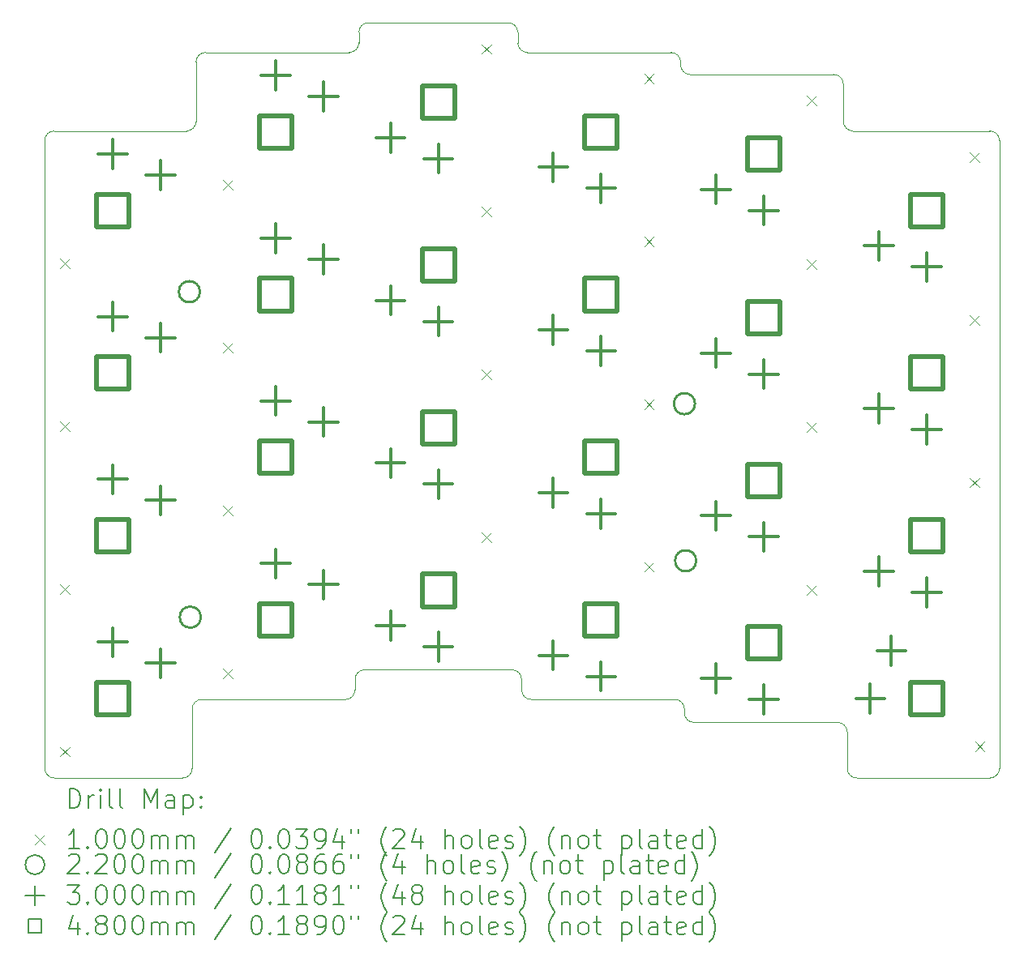
<source format=gbr>
%TF.GenerationSoftware,KiCad,Pcbnew,9.0.0*%
%TF.CreationDate,2025-03-30T21:57:49+09:00*%
%TF.ProjectId,nofy,6e6f6679-2e6b-4696-9361-645f70636258,rev?*%
%TF.SameCoordinates,Original*%
%TF.FileFunction,Drillmap*%
%TF.FilePolarity,Positive*%
%FSLAX45Y45*%
G04 Gerber Fmt 4.5, Leading zero omitted, Abs format (unit mm)*
G04 Created by KiCad (PCBNEW 9.0.0) date 2025-03-30 21:57:49*
%MOMM*%
%LPD*%
G01*
G04 APERTURE LIST*
%ADD10C,0.050000*%
%ADD11C,0.200000*%
%ADD12C,0.100000*%
%ADD13C,0.220000*%
%ADD14C,0.300000*%
%ADD15C,0.480000*%
G04 APERTURE END LIST*
D10*
X6810000Y-2180000D02*
G75*
G02*
X6710000Y-2080000I0J100000D01*
G01*
X8510000Y-2410000D02*
X10010000Y-2410000D01*
X6710000Y-1970000D02*
X6710000Y-2080000D01*
X1870000Y-3000000D02*
X3250000Y-2999999D01*
X1770000Y-3100000D02*
G75*
G02*
X1870000Y-3000000I100000J0D01*
G01*
X10250000Y-9760000D02*
G75*
G02*
X10150000Y-9660000I0J100000D01*
G01*
X1770000Y-9660000D02*
X1770000Y-3100000D01*
X5050000Y-2080000D02*
G75*
G02*
X4950000Y-2180000I-100000J0D01*
G01*
X11640000Y-3000000D02*
X10210000Y-3000000D01*
X3350000Y-2899999D02*
X3350000Y-2280000D01*
X6610000Y-1870000D02*
G75*
G02*
X6710000Y-1970000I0J-100000D01*
G01*
X11740000Y-3100000D02*
X11740000Y-9660000D01*
X8350000Y-8940000D02*
G75*
G02*
X8450000Y-9040000I0J-100000D01*
G01*
X5010000Y-8730000D02*
X5010000Y-8840000D01*
X5050000Y-2080000D02*
X5050000Y-1970000D01*
X5010000Y-8840000D02*
G75*
G02*
X4910000Y-8940000I-100000J0D01*
G01*
X8350000Y-8940000D02*
X6850000Y-8940000D01*
X8410000Y-2280000D02*
X8410000Y-2310000D01*
X5050000Y-1970000D02*
G75*
G02*
X5150000Y-1870000I100000J0D01*
G01*
X10110000Y-2510000D02*
X10110000Y-2899625D01*
X1870000Y-9760000D02*
G75*
G02*
X1770000Y-9660000I0J100000D01*
G01*
X6850000Y-8940000D02*
G75*
G02*
X6750000Y-8840000I0J100000D01*
G01*
X6650000Y-8630000D02*
X5110000Y-8630000D01*
X10050000Y-9180000D02*
G75*
G02*
X10150000Y-9280000I0J-100000D01*
G01*
X10210000Y-3000000D02*
G75*
G02*
X10110000Y-2900000I0J100000D01*
G01*
X6810000Y-2180000D02*
X8310000Y-2180000D01*
X8510000Y-2410000D02*
G75*
G02*
X8410000Y-2310000I0J100000D01*
G01*
X11640000Y-9760000D02*
X10250000Y-9760000D01*
X8550000Y-9180000D02*
G75*
G02*
X8450000Y-9080000I0J100000D01*
G01*
X3310000Y-9040000D02*
G75*
G02*
X3410000Y-8940000I100000J0D01*
G01*
X3310000Y-9040000D02*
X3310000Y-9660000D01*
X5150000Y-1870000D02*
X6610000Y-1870000D01*
X3350000Y-2899999D02*
G75*
G02*
X3250000Y-3000000I-100000J-1D01*
G01*
X10050000Y-9180000D02*
X8550000Y-9180000D01*
X6750000Y-8840000D02*
X6750000Y-8730000D01*
X3310000Y-9660000D02*
G75*
G02*
X3210000Y-9760000I-100000J0D01*
G01*
X4910000Y-8940000D02*
X3410000Y-8940000D01*
X10010000Y-2410000D02*
G75*
G02*
X10110000Y-2510000I0J-100000D01*
G01*
X8450000Y-9080000D02*
X8450000Y-9040000D01*
X5010000Y-8730000D02*
G75*
G02*
X5110000Y-8630000I100000J0D01*
G01*
X6650000Y-8630000D02*
G75*
G02*
X6750000Y-8730000I0J-100000D01*
G01*
X3350000Y-2280000D02*
G75*
G02*
X3450000Y-2180000I100000J0D01*
G01*
X8310000Y-2180000D02*
G75*
G02*
X8410000Y-2280000I0J-100000D01*
G01*
X10150000Y-9660000D02*
X10150000Y-9280000D01*
X3210000Y-9760000D02*
X1870000Y-9760000D01*
X3450000Y-2180000D02*
X4950000Y-2180000D01*
X11640000Y-3000000D02*
G75*
G02*
X11740000Y-3100000I0J-100000D01*
G01*
X11740000Y-9660000D02*
G75*
G02*
X11640000Y-9760000I-100000J0D01*
G01*
D11*
D12*
X1930000Y-4335000D02*
X2030000Y-4435000D01*
X2030000Y-4335000D02*
X1930000Y-4435000D01*
X1930000Y-6035000D02*
X2030000Y-6135000D01*
X2030000Y-6035000D02*
X1930000Y-6135000D01*
X1930000Y-7735000D02*
X2030000Y-7835000D01*
X2030000Y-7735000D02*
X1930000Y-7835000D01*
X1930000Y-9435000D02*
X2030000Y-9535000D01*
X2030000Y-9435000D02*
X1930000Y-9535000D01*
X3630000Y-3515000D02*
X3730000Y-3615000D01*
X3730000Y-3515000D02*
X3630000Y-3615000D01*
X3630000Y-5215000D02*
X3730000Y-5315000D01*
X3730000Y-5215000D02*
X3630000Y-5315000D01*
X3630000Y-6915000D02*
X3730000Y-7015000D01*
X3730000Y-6915000D02*
X3630000Y-7015000D01*
X3630000Y-8615000D02*
X3730000Y-8715000D01*
X3730000Y-8615000D02*
X3630000Y-8715000D01*
X6330000Y-2095000D02*
X6430000Y-2195000D01*
X6430000Y-2095000D02*
X6330000Y-2195000D01*
X6330000Y-3795000D02*
X6430000Y-3895000D01*
X6430000Y-3795000D02*
X6330000Y-3895000D01*
X6330000Y-5495000D02*
X6430000Y-5595000D01*
X6430000Y-5495000D02*
X6330000Y-5595000D01*
X6330000Y-7195000D02*
X6430000Y-7295000D01*
X6430000Y-7195000D02*
X6330000Y-7295000D01*
X8030000Y-2405000D02*
X8130000Y-2505000D01*
X8130000Y-2405000D02*
X8030000Y-2505000D01*
X8030000Y-4105000D02*
X8130000Y-4205000D01*
X8130000Y-4105000D02*
X8030000Y-4205000D01*
X8030000Y-5805000D02*
X8130000Y-5905000D01*
X8130000Y-5805000D02*
X8030000Y-5905000D01*
X8030000Y-7505000D02*
X8130000Y-7605000D01*
X8130000Y-7505000D02*
X8030000Y-7605000D01*
X9730000Y-2635000D02*
X9830000Y-2735000D01*
X9830000Y-2635000D02*
X9730000Y-2735000D01*
X9730000Y-4345000D02*
X9830000Y-4445000D01*
X9830000Y-4345000D02*
X9730000Y-4445000D01*
X9730000Y-6045000D02*
X9830000Y-6145000D01*
X9830000Y-6045000D02*
X9730000Y-6145000D01*
X9730000Y-7745000D02*
X9830000Y-7845000D01*
X9830000Y-7745000D02*
X9730000Y-7845000D01*
X11430000Y-3225000D02*
X11530000Y-3325000D01*
X11530000Y-3225000D02*
X11430000Y-3325000D01*
X11430000Y-4925000D02*
X11530000Y-5025000D01*
X11530000Y-4925000D02*
X11430000Y-5025000D01*
X11430000Y-6625000D02*
X11530000Y-6725000D01*
X11530000Y-6625000D02*
X11430000Y-6725000D01*
X11485000Y-9380000D02*
X11585000Y-9480000D01*
X11585000Y-9380000D02*
X11485000Y-9480000D01*
D13*
X3390000Y-4680000D02*
G75*
G02*
X3170000Y-4680000I-110000J0D01*
G01*
X3170000Y-4680000D02*
G75*
G02*
X3390000Y-4680000I110000J0D01*
G01*
X3400000Y-8080000D02*
G75*
G02*
X3180000Y-8080000I-110000J0D01*
G01*
X3180000Y-8080000D02*
G75*
G02*
X3400000Y-8080000I110000J0D01*
G01*
X8560000Y-5850000D02*
G75*
G02*
X8340000Y-5850000I-110000J0D01*
G01*
X8340000Y-5850000D02*
G75*
G02*
X8560000Y-5850000I110000J0D01*
G01*
X8573000Y-7491000D02*
G75*
G02*
X8353000Y-7491000I-110000J0D01*
G01*
X8353000Y-7491000D02*
G75*
G02*
X8573000Y-7491000I110000J0D01*
G01*
D14*
X2480000Y-3090000D02*
X2480000Y-3390000D01*
X2330000Y-3240000D02*
X2630000Y-3240000D01*
X2480000Y-4790000D02*
X2480000Y-5090000D01*
X2330000Y-4940000D02*
X2630000Y-4940000D01*
X2480000Y-6490000D02*
X2480000Y-6790000D01*
X2330000Y-6640000D02*
X2630000Y-6640000D01*
X2480000Y-8190000D02*
X2480000Y-8490000D01*
X2330000Y-8340000D02*
X2630000Y-8340000D01*
X2980000Y-3310000D02*
X2980000Y-3610000D01*
X2830000Y-3460000D02*
X3130000Y-3460000D01*
X2980000Y-5010000D02*
X2980000Y-5310000D01*
X2830000Y-5160000D02*
X3130000Y-5160000D01*
X2980000Y-6710000D02*
X2980000Y-7010000D01*
X2830000Y-6860000D02*
X3130000Y-6860000D01*
X2980000Y-8410000D02*
X2980000Y-8710000D01*
X2830000Y-8560000D02*
X3130000Y-8560000D01*
X4180000Y-2270000D02*
X4180000Y-2570000D01*
X4030000Y-2420000D02*
X4330000Y-2420000D01*
X4180000Y-3970000D02*
X4180000Y-4270000D01*
X4030000Y-4120000D02*
X4330000Y-4120000D01*
X4180000Y-5670000D02*
X4180000Y-5970000D01*
X4030000Y-5820000D02*
X4330000Y-5820000D01*
X4180000Y-7370000D02*
X4180000Y-7670000D01*
X4030000Y-7520000D02*
X4330000Y-7520000D01*
X4680000Y-2490000D02*
X4680000Y-2790000D01*
X4530000Y-2640000D02*
X4830000Y-2640000D01*
X4680000Y-4190000D02*
X4680000Y-4490000D01*
X4530000Y-4340000D02*
X4830000Y-4340000D01*
X4680000Y-5890000D02*
X4680000Y-6190000D01*
X4530000Y-6040000D02*
X4830000Y-6040000D01*
X4680000Y-7590000D02*
X4680000Y-7890000D01*
X4530000Y-7740000D02*
X4830000Y-7740000D01*
X5380000Y-2920000D02*
X5380000Y-3220000D01*
X5230000Y-3070000D02*
X5530000Y-3070000D01*
X5380000Y-4620000D02*
X5380000Y-4920000D01*
X5230000Y-4770000D02*
X5530000Y-4770000D01*
X5380000Y-6320000D02*
X5380000Y-6620000D01*
X5230000Y-6470000D02*
X5530000Y-6470000D01*
X5380000Y-8020000D02*
X5380000Y-8320000D01*
X5230000Y-8170000D02*
X5530000Y-8170000D01*
X5880000Y-3140000D02*
X5880000Y-3440000D01*
X5730000Y-3290000D02*
X6030000Y-3290000D01*
X5880000Y-4840000D02*
X5880000Y-5140000D01*
X5730000Y-4990000D02*
X6030000Y-4990000D01*
X5880000Y-6540000D02*
X5880000Y-6840000D01*
X5730000Y-6690000D02*
X6030000Y-6690000D01*
X5880000Y-8240000D02*
X5880000Y-8540000D01*
X5730000Y-8390000D02*
X6030000Y-8390000D01*
X7080000Y-3230000D02*
X7080000Y-3530000D01*
X6930000Y-3380000D02*
X7230000Y-3380000D01*
X7080000Y-4930000D02*
X7080000Y-5230000D01*
X6930000Y-5080000D02*
X7230000Y-5080000D01*
X7080000Y-6630000D02*
X7080000Y-6930000D01*
X6930000Y-6780000D02*
X7230000Y-6780000D01*
X7080000Y-8330000D02*
X7080000Y-8630000D01*
X6930000Y-8480000D02*
X7230000Y-8480000D01*
X7580000Y-3450000D02*
X7580000Y-3750000D01*
X7430000Y-3600000D02*
X7730000Y-3600000D01*
X7580000Y-5150000D02*
X7580000Y-5450000D01*
X7430000Y-5300000D02*
X7730000Y-5300000D01*
X7580000Y-6850000D02*
X7580000Y-7150000D01*
X7430000Y-7000000D02*
X7730000Y-7000000D01*
X7580000Y-8550000D02*
X7580000Y-8850000D01*
X7430000Y-8700000D02*
X7730000Y-8700000D01*
X8780000Y-3460000D02*
X8780000Y-3760000D01*
X8630000Y-3610000D02*
X8930000Y-3610000D01*
X8780000Y-5170000D02*
X8780000Y-5470000D01*
X8630000Y-5320000D02*
X8930000Y-5320000D01*
X8780000Y-6870000D02*
X8780000Y-7170000D01*
X8630000Y-7020000D02*
X8930000Y-7020000D01*
X8780000Y-8570000D02*
X8780000Y-8870000D01*
X8630000Y-8720000D02*
X8930000Y-8720000D01*
X9280000Y-3680000D02*
X9280000Y-3980000D01*
X9130000Y-3830000D02*
X9430000Y-3830000D01*
X9280000Y-5390000D02*
X9280000Y-5690000D01*
X9130000Y-5540000D02*
X9430000Y-5540000D01*
X9280000Y-7090000D02*
X9280000Y-7390000D01*
X9130000Y-7240000D02*
X9430000Y-7240000D01*
X9280000Y-8790000D02*
X9280000Y-9090000D01*
X9130000Y-8940000D02*
X9430000Y-8940000D01*
X10390000Y-8780000D02*
X10390000Y-9080000D01*
X10240000Y-8930000D02*
X10540000Y-8930000D01*
X10480000Y-4050000D02*
X10480000Y-4350000D01*
X10330000Y-4200000D02*
X10630000Y-4200000D01*
X10480000Y-5750000D02*
X10480000Y-6050000D01*
X10330000Y-5900000D02*
X10630000Y-5900000D01*
X10480000Y-7450000D02*
X10480000Y-7750000D01*
X10330000Y-7600000D02*
X10630000Y-7600000D01*
X10610000Y-8280000D02*
X10610000Y-8580000D01*
X10460000Y-8430000D02*
X10760000Y-8430000D01*
X10980000Y-4270000D02*
X10980000Y-4570000D01*
X10830000Y-4420000D02*
X11130000Y-4420000D01*
X10980000Y-5970000D02*
X10980000Y-6270000D01*
X10830000Y-6120000D02*
X11130000Y-6120000D01*
X10980000Y-7670000D02*
X10980000Y-7970000D01*
X10830000Y-7820000D02*
X11130000Y-7820000D01*
D15*
X2649707Y-3999707D02*
X2649707Y-3660293D01*
X2310293Y-3660293D01*
X2310293Y-3999707D01*
X2649707Y-3999707D01*
X2649707Y-5699707D02*
X2649707Y-5360293D01*
X2310293Y-5360293D01*
X2310293Y-5699707D01*
X2649707Y-5699707D01*
X2649707Y-7399707D02*
X2649707Y-7060293D01*
X2310293Y-7060293D01*
X2310293Y-7399707D01*
X2649707Y-7399707D01*
X2649707Y-9099707D02*
X2649707Y-8760293D01*
X2310293Y-8760293D01*
X2310293Y-9099707D01*
X2649707Y-9099707D01*
X4349707Y-3179707D02*
X4349707Y-2840293D01*
X4010293Y-2840293D01*
X4010293Y-3179707D01*
X4349707Y-3179707D01*
X4349707Y-4879707D02*
X4349707Y-4540293D01*
X4010293Y-4540293D01*
X4010293Y-4879707D01*
X4349707Y-4879707D01*
X4349707Y-6579707D02*
X4349707Y-6240293D01*
X4010293Y-6240293D01*
X4010293Y-6579707D01*
X4349707Y-6579707D01*
X4349707Y-8279707D02*
X4349707Y-7940293D01*
X4010293Y-7940293D01*
X4010293Y-8279707D01*
X4349707Y-8279707D01*
X6049707Y-2869707D02*
X6049707Y-2530293D01*
X5710293Y-2530293D01*
X5710293Y-2869707D01*
X6049707Y-2869707D01*
X6049707Y-4569707D02*
X6049707Y-4230293D01*
X5710293Y-4230293D01*
X5710293Y-4569707D01*
X6049707Y-4569707D01*
X6049707Y-6269707D02*
X6049707Y-5930293D01*
X5710293Y-5930293D01*
X5710293Y-6269707D01*
X6049707Y-6269707D01*
X6049707Y-7969707D02*
X6049707Y-7630293D01*
X5710293Y-7630293D01*
X5710293Y-7969707D01*
X6049707Y-7969707D01*
X7749707Y-3179707D02*
X7749707Y-2840293D01*
X7410293Y-2840293D01*
X7410293Y-3179707D01*
X7749707Y-3179707D01*
X7749707Y-4879707D02*
X7749707Y-4540293D01*
X7410293Y-4540293D01*
X7410293Y-4879707D01*
X7749707Y-4879707D01*
X7749707Y-6579707D02*
X7749707Y-6240293D01*
X7410293Y-6240293D01*
X7410293Y-6579707D01*
X7749707Y-6579707D01*
X7749707Y-8279707D02*
X7749707Y-7940293D01*
X7410293Y-7940293D01*
X7410293Y-8279707D01*
X7749707Y-8279707D01*
X9449707Y-3409707D02*
X9449707Y-3070293D01*
X9110293Y-3070293D01*
X9110293Y-3409707D01*
X9449707Y-3409707D01*
X9449707Y-5119707D02*
X9449707Y-4780293D01*
X9110293Y-4780293D01*
X9110293Y-5119707D01*
X9449707Y-5119707D01*
X9449707Y-6819707D02*
X9449707Y-6480293D01*
X9110293Y-6480293D01*
X9110293Y-6819707D01*
X9449707Y-6819707D01*
X9449707Y-8519707D02*
X9449707Y-8180293D01*
X9110293Y-8180293D01*
X9110293Y-8519707D01*
X9449707Y-8519707D01*
X11149707Y-3999707D02*
X11149707Y-3660293D01*
X10810293Y-3660293D01*
X10810293Y-3999707D01*
X11149707Y-3999707D01*
X11149707Y-5699707D02*
X11149707Y-5360293D01*
X10810293Y-5360293D01*
X10810293Y-5699707D01*
X11149707Y-5699707D01*
X11149707Y-7399707D02*
X11149707Y-7060293D01*
X10810293Y-7060293D01*
X10810293Y-7399707D01*
X11149707Y-7399707D01*
X11149707Y-9099707D02*
X11149707Y-8760293D01*
X10810293Y-8760293D01*
X10810293Y-9099707D01*
X11149707Y-9099707D01*
D11*
X2028277Y-10073984D02*
X2028277Y-9873984D01*
X2028277Y-9873984D02*
X2075896Y-9873984D01*
X2075896Y-9873984D02*
X2104467Y-9883508D01*
X2104467Y-9883508D02*
X2123515Y-9902555D01*
X2123515Y-9902555D02*
X2133039Y-9921603D01*
X2133039Y-9921603D02*
X2142563Y-9959698D01*
X2142563Y-9959698D02*
X2142563Y-9988270D01*
X2142563Y-9988270D02*
X2133039Y-10026365D01*
X2133039Y-10026365D02*
X2123515Y-10045412D01*
X2123515Y-10045412D02*
X2104467Y-10064460D01*
X2104467Y-10064460D02*
X2075896Y-10073984D01*
X2075896Y-10073984D02*
X2028277Y-10073984D01*
X2228277Y-10073984D02*
X2228277Y-9940650D01*
X2228277Y-9978746D02*
X2237801Y-9959698D01*
X2237801Y-9959698D02*
X2247324Y-9950174D01*
X2247324Y-9950174D02*
X2266372Y-9940650D01*
X2266372Y-9940650D02*
X2285420Y-9940650D01*
X2352086Y-10073984D02*
X2352086Y-9940650D01*
X2352086Y-9873984D02*
X2342563Y-9883508D01*
X2342563Y-9883508D02*
X2352086Y-9893031D01*
X2352086Y-9893031D02*
X2361610Y-9883508D01*
X2361610Y-9883508D02*
X2352086Y-9873984D01*
X2352086Y-9873984D02*
X2352086Y-9893031D01*
X2475896Y-10073984D02*
X2456848Y-10064460D01*
X2456848Y-10064460D02*
X2447324Y-10045412D01*
X2447324Y-10045412D02*
X2447324Y-9873984D01*
X2580658Y-10073984D02*
X2561610Y-10064460D01*
X2561610Y-10064460D02*
X2552086Y-10045412D01*
X2552086Y-10045412D02*
X2552086Y-9873984D01*
X2809229Y-10073984D02*
X2809229Y-9873984D01*
X2809229Y-9873984D02*
X2875896Y-10016841D01*
X2875896Y-10016841D02*
X2942562Y-9873984D01*
X2942562Y-9873984D02*
X2942562Y-10073984D01*
X3123515Y-10073984D02*
X3123515Y-9969222D01*
X3123515Y-9969222D02*
X3113991Y-9950174D01*
X3113991Y-9950174D02*
X3094943Y-9940650D01*
X3094943Y-9940650D02*
X3056848Y-9940650D01*
X3056848Y-9940650D02*
X3037801Y-9950174D01*
X3123515Y-10064460D02*
X3104467Y-10073984D01*
X3104467Y-10073984D02*
X3056848Y-10073984D01*
X3056848Y-10073984D02*
X3037801Y-10064460D01*
X3037801Y-10064460D02*
X3028277Y-10045412D01*
X3028277Y-10045412D02*
X3028277Y-10026365D01*
X3028277Y-10026365D02*
X3037801Y-10007317D01*
X3037801Y-10007317D02*
X3056848Y-9997793D01*
X3056848Y-9997793D02*
X3104467Y-9997793D01*
X3104467Y-9997793D02*
X3123515Y-9988270D01*
X3218753Y-9940650D02*
X3218753Y-10140650D01*
X3218753Y-9950174D02*
X3237801Y-9940650D01*
X3237801Y-9940650D02*
X3275896Y-9940650D01*
X3275896Y-9940650D02*
X3294943Y-9950174D01*
X3294943Y-9950174D02*
X3304467Y-9959698D01*
X3304467Y-9959698D02*
X3313991Y-9978746D01*
X3313991Y-9978746D02*
X3313991Y-10035889D01*
X3313991Y-10035889D02*
X3304467Y-10054936D01*
X3304467Y-10054936D02*
X3294943Y-10064460D01*
X3294943Y-10064460D02*
X3275896Y-10073984D01*
X3275896Y-10073984D02*
X3237801Y-10073984D01*
X3237801Y-10073984D02*
X3218753Y-10064460D01*
X3399705Y-10054936D02*
X3409229Y-10064460D01*
X3409229Y-10064460D02*
X3399705Y-10073984D01*
X3399705Y-10073984D02*
X3390182Y-10064460D01*
X3390182Y-10064460D02*
X3399705Y-10054936D01*
X3399705Y-10054936D02*
X3399705Y-10073984D01*
X3399705Y-9950174D02*
X3409229Y-9959698D01*
X3409229Y-9959698D02*
X3399705Y-9969222D01*
X3399705Y-9969222D02*
X3390182Y-9959698D01*
X3390182Y-9959698D02*
X3399705Y-9950174D01*
X3399705Y-9950174D02*
X3399705Y-9969222D01*
D12*
X1667500Y-10352500D02*
X1767500Y-10452500D01*
X1767500Y-10352500D02*
X1667500Y-10452500D01*
D11*
X2133039Y-10493984D02*
X2018753Y-10493984D01*
X2075896Y-10493984D02*
X2075896Y-10293984D01*
X2075896Y-10293984D02*
X2056848Y-10322555D01*
X2056848Y-10322555D02*
X2037801Y-10341603D01*
X2037801Y-10341603D02*
X2018753Y-10351127D01*
X2218753Y-10474936D02*
X2228277Y-10484460D01*
X2228277Y-10484460D02*
X2218753Y-10493984D01*
X2218753Y-10493984D02*
X2209229Y-10484460D01*
X2209229Y-10484460D02*
X2218753Y-10474936D01*
X2218753Y-10474936D02*
X2218753Y-10493984D01*
X2352086Y-10293984D02*
X2371134Y-10293984D01*
X2371134Y-10293984D02*
X2390182Y-10303508D01*
X2390182Y-10303508D02*
X2399705Y-10313031D01*
X2399705Y-10313031D02*
X2409229Y-10332079D01*
X2409229Y-10332079D02*
X2418753Y-10370174D01*
X2418753Y-10370174D02*
X2418753Y-10417793D01*
X2418753Y-10417793D02*
X2409229Y-10455889D01*
X2409229Y-10455889D02*
X2399705Y-10474936D01*
X2399705Y-10474936D02*
X2390182Y-10484460D01*
X2390182Y-10484460D02*
X2371134Y-10493984D01*
X2371134Y-10493984D02*
X2352086Y-10493984D01*
X2352086Y-10493984D02*
X2333039Y-10484460D01*
X2333039Y-10484460D02*
X2323515Y-10474936D01*
X2323515Y-10474936D02*
X2313991Y-10455889D01*
X2313991Y-10455889D02*
X2304467Y-10417793D01*
X2304467Y-10417793D02*
X2304467Y-10370174D01*
X2304467Y-10370174D02*
X2313991Y-10332079D01*
X2313991Y-10332079D02*
X2323515Y-10313031D01*
X2323515Y-10313031D02*
X2333039Y-10303508D01*
X2333039Y-10303508D02*
X2352086Y-10293984D01*
X2542563Y-10293984D02*
X2561610Y-10293984D01*
X2561610Y-10293984D02*
X2580658Y-10303508D01*
X2580658Y-10303508D02*
X2590182Y-10313031D01*
X2590182Y-10313031D02*
X2599705Y-10332079D01*
X2599705Y-10332079D02*
X2609229Y-10370174D01*
X2609229Y-10370174D02*
X2609229Y-10417793D01*
X2609229Y-10417793D02*
X2599705Y-10455889D01*
X2599705Y-10455889D02*
X2590182Y-10474936D01*
X2590182Y-10474936D02*
X2580658Y-10484460D01*
X2580658Y-10484460D02*
X2561610Y-10493984D01*
X2561610Y-10493984D02*
X2542563Y-10493984D01*
X2542563Y-10493984D02*
X2523515Y-10484460D01*
X2523515Y-10484460D02*
X2513991Y-10474936D01*
X2513991Y-10474936D02*
X2504467Y-10455889D01*
X2504467Y-10455889D02*
X2494944Y-10417793D01*
X2494944Y-10417793D02*
X2494944Y-10370174D01*
X2494944Y-10370174D02*
X2504467Y-10332079D01*
X2504467Y-10332079D02*
X2513991Y-10313031D01*
X2513991Y-10313031D02*
X2523515Y-10303508D01*
X2523515Y-10303508D02*
X2542563Y-10293984D01*
X2733039Y-10293984D02*
X2752086Y-10293984D01*
X2752086Y-10293984D02*
X2771134Y-10303508D01*
X2771134Y-10303508D02*
X2780658Y-10313031D01*
X2780658Y-10313031D02*
X2790182Y-10332079D01*
X2790182Y-10332079D02*
X2799705Y-10370174D01*
X2799705Y-10370174D02*
X2799705Y-10417793D01*
X2799705Y-10417793D02*
X2790182Y-10455889D01*
X2790182Y-10455889D02*
X2780658Y-10474936D01*
X2780658Y-10474936D02*
X2771134Y-10484460D01*
X2771134Y-10484460D02*
X2752086Y-10493984D01*
X2752086Y-10493984D02*
X2733039Y-10493984D01*
X2733039Y-10493984D02*
X2713991Y-10484460D01*
X2713991Y-10484460D02*
X2704467Y-10474936D01*
X2704467Y-10474936D02*
X2694944Y-10455889D01*
X2694944Y-10455889D02*
X2685420Y-10417793D01*
X2685420Y-10417793D02*
X2685420Y-10370174D01*
X2685420Y-10370174D02*
X2694944Y-10332079D01*
X2694944Y-10332079D02*
X2704467Y-10313031D01*
X2704467Y-10313031D02*
X2713991Y-10303508D01*
X2713991Y-10303508D02*
X2733039Y-10293984D01*
X2885420Y-10493984D02*
X2885420Y-10360650D01*
X2885420Y-10379698D02*
X2894943Y-10370174D01*
X2894943Y-10370174D02*
X2913991Y-10360650D01*
X2913991Y-10360650D02*
X2942563Y-10360650D01*
X2942563Y-10360650D02*
X2961610Y-10370174D01*
X2961610Y-10370174D02*
X2971134Y-10389222D01*
X2971134Y-10389222D02*
X2971134Y-10493984D01*
X2971134Y-10389222D02*
X2980658Y-10370174D01*
X2980658Y-10370174D02*
X2999705Y-10360650D01*
X2999705Y-10360650D02*
X3028277Y-10360650D01*
X3028277Y-10360650D02*
X3047324Y-10370174D01*
X3047324Y-10370174D02*
X3056848Y-10389222D01*
X3056848Y-10389222D02*
X3056848Y-10493984D01*
X3152086Y-10493984D02*
X3152086Y-10360650D01*
X3152086Y-10379698D02*
X3161610Y-10370174D01*
X3161610Y-10370174D02*
X3180658Y-10360650D01*
X3180658Y-10360650D02*
X3209229Y-10360650D01*
X3209229Y-10360650D02*
X3228277Y-10370174D01*
X3228277Y-10370174D02*
X3237801Y-10389222D01*
X3237801Y-10389222D02*
X3237801Y-10493984D01*
X3237801Y-10389222D02*
X3247324Y-10370174D01*
X3247324Y-10370174D02*
X3266372Y-10360650D01*
X3266372Y-10360650D02*
X3294943Y-10360650D01*
X3294943Y-10360650D02*
X3313991Y-10370174D01*
X3313991Y-10370174D02*
X3323515Y-10389222D01*
X3323515Y-10389222D02*
X3323515Y-10493984D01*
X3713991Y-10284460D02*
X3542563Y-10541603D01*
X3971134Y-10293984D02*
X3990182Y-10293984D01*
X3990182Y-10293984D02*
X4009229Y-10303508D01*
X4009229Y-10303508D02*
X4018753Y-10313031D01*
X4018753Y-10313031D02*
X4028277Y-10332079D01*
X4028277Y-10332079D02*
X4037801Y-10370174D01*
X4037801Y-10370174D02*
X4037801Y-10417793D01*
X4037801Y-10417793D02*
X4028277Y-10455889D01*
X4028277Y-10455889D02*
X4018753Y-10474936D01*
X4018753Y-10474936D02*
X4009229Y-10484460D01*
X4009229Y-10484460D02*
X3990182Y-10493984D01*
X3990182Y-10493984D02*
X3971134Y-10493984D01*
X3971134Y-10493984D02*
X3952086Y-10484460D01*
X3952086Y-10484460D02*
X3942563Y-10474936D01*
X3942563Y-10474936D02*
X3933039Y-10455889D01*
X3933039Y-10455889D02*
X3923515Y-10417793D01*
X3923515Y-10417793D02*
X3923515Y-10370174D01*
X3923515Y-10370174D02*
X3933039Y-10332079D01*
X3933039Y-10332079D02*
X3942563Y-10313031D01*
X3942563Y-10313031D02*
X3952086Y-10303508D01*
X3952086Y-10303508D02*
X3971134Y-10293984D01*
X4123515Y-10474936D02*
X4133039Y-10484460D01*
X4133039Y-10484460D02*
X4123515Y-10493984D01*
X4123515Y-10493984D02*
X4113991Y-10484460D01*
X4113991Y-10484460D02*
X4123515Y-10474936D01*
X4123515Y-10474936D02*
X4123515Y-10493984D01*
X4256848Y-10293984D02*
X4275896Y-10293984D01*
X4275896Y-10293984D02*
X4294944Y-10303508D01*
X4294944Y-10303508D02*
X4304468Y-10313031D01*
X4304468Y-10313031D02*
X4313991Y-10332079D01*
X4313991Y-10332079D02*
X4323515Y-10370174D01*
X4323515Y-10370174D02*
X4323515Y-10417793D01*
X4323515Y-10417793D02*
X4313991Y-10455889D01*
X4313991Y-10455889D02*
X4304468Y-10474936D01*
X4304468Y-10474936D02*
X4294944Y-10484460D01*
X4294944Y-10484460D02*
X4275896Y-10493984D01*
X4275896Y-10493984D02*
X4256848Y-10493984D01*
X4256848Y-10493984D02*
X4237801Y-10484460D01*
X4237801Y-10484460D02*
X4228277Y-10474936D01*
X4228277Y-10474936D02*
X4218753Y-10455889D01*
X4218753Y-10455889D02*
X4209229Y-10417793D01*
X4209229Y-10417793D02*
X4209229Y-10370174D01*
X4209229Y-10370174D02*
X4218753Y-10332079D01*
X4218753Y-10332079D02*
X4228277Y-10313031D01*
X4228277Y-10313031D02*
X4237801Y-10303508D01*
X4237801Y-10303508D02*
X4256848Y-10293984D01*
X4390182Y-10293984D02*
X4513991Y-10293984D01*
X4513991Y-10293984D02*
X4447325Y-10370174D01*
X4447325Y-10370174D02*
X4475896Y-10370174D01*
X4475896Y-10370174D02*
X4494944Y-10379698D01*
X4494944Y-10379698D02*
X4504468Y-10389222D01*
X4504468Y-10389222D02*
X4513991Y-10408270D01*
X4513991Y-10408270D02*
X4513991Y-10455889D01*
X4513991Y-10455889D02*
X4504468Y-10474936D01*
X4504468Y-10474936D02*
X4494944Y-10484460D01*
X4494944Y-10484460D02*
X4475896Y-10493984D01*
X4475896Y-10493984D02*
X4418753Y-10493984D01*
X4418753Y-10493984D02*
X4399706Y-10484460D01*
X4399706Y-10484460D02*
X4390182Y-10474936D01*
X4609229Y-10493984D02*
X4647325Y-10493984D01*
X4647325Y-10493984D02*
X4666372Y-10484460D01*
X4666372Y-10484460D02*
X4675896Y-10474936D01*
X4675896Y-10474936D02*
X4694944Y-10446365D01*
X4694944Y-10446365D02*
X4704468Y-10408270D01*
X4704468Y-10408270D02*
X4704468Y-10332079D01*
X4704468Y-10332079D02*
X4694944Y-10313031D01*
X4694944Y-10313031D02*
X4685420Y-10303508D01*
X4685420Y-10303508D02*
X4666372Y-10293984D01*
X4666372Y-10293984D02*
X4628277Y-10293984D01*
X4628277Y-10293984D02*
X4609229Y-10303508D01*
X4609229Y-10303508D02*
X4599706Y-10313031D01*
X4599706Y-10313031D02*
X4590182Y-10332079D01*
X4590182Y-10332079D02*
X4590182Y-10379698D01*
X4590182Y-10379698D02*
X4599706Y-10398746D01*
X4599706Y-10398746D02*
X4609229Y-10408270D01*
X4609229Y-10408270D02*
X4628277Y-10417793D01*
X4628277Y-10417793D02*
X4666372Y-10417793D01*
X4666372Y-10417793D02*
X4685420Y-10408270D01*
X4685420Y-10408270D02*
X4694944Y-10398746D01*
X4694944Y-10398746D02*
X4704468Y-10379698D01*
X4875896Y-10360650D02*
X4875896Y-10493984D01*
X4828277Y-10284460D02*
X4780658Y-10427317D01*
X4780658Y-10427317D02*
X4904468Y-10427317D01*
X4971134Y-10293984D02*
X4971134Y-10332079D01*
X5047325Y-10293984D02*
X5047325Y-10332079D01*
X5342563Y-10570174D02*
X5333039Y-10560650D01*
X5333039Y-10560650D02*
X5313991Y-10532079D01*
X5313991Y-10532079D02*
X5304468Y-10513031D01*
X5304468Y-10513031D02*
X5294944Y-10484460D01*
X5294944Y-10484460D02*
X5285420Y-10436841D01*
X5285420Y-10436841D02*
X5285420Y-10398746D01*
X5285420Y-10398746D02*
X5294944Y-10351127D01*
X5294944Y-10351127D02*
X5304468Y-10322555D01*
X5304468Y-10322555D02*
X5313991Y-10303508D01*
X5313991Y-10303508D02*
X5333039Y-10274936D01*
X5333039Y-10274936D02*
X5342563Y-10265412D01*
X5409230Y-10313031D02*
X5418753Y-10303508D01*
X5418753Y-10303508D02*
X5437801Y-10293984D01*
X5437801Y-10293984D02*
X5485420Y-10293984D01*
X5485420Y-10293984D02*
X5504468Y-10303508D01*
X5504468Y-10303508D02*
X5513991Y-10313031D01*
X5513991Y-10313031D02*
X5523515Y-10332079D01*
X5523515Y-10332079D02*
X5523515Y-10351127D01*
X5523515Y-10351127D02*
X5513991Y-10379698D01*
X5513991Y-10379698D02*
X5399706Y-10493984D01*
X5399706Y-10493984D02*
X5523515Y-10493984D01*
X5694944Y-10360650D02*
X5694944Y-10493984D01*
X5647325Y-10284460D02*
X5599706Y-10427317D01*
X5599706Y-10427317D02*
X5723515Y-10427317D01*
X5952087Y-10493984D02*
X5952087Y-10293984D01*
X6037801Y-10493984D02*
X6037801Y-10389222D01*
X6037801Y-10389222D02*
X6028277Y-10370174D01*
X6028277Y-10370174D02*
X6009230Y-10360650D01*
X6009230Y-10360650D02*
X5980658Y-10360650D01*
X5980658Y-10360650D02*
X5961610Y-10370174D01*
X5961610Y-10370174D02*
X5952087Y-10379698D01*
X6161610Y-10493984D02*
X6142563Y-10484460D01*
X6142563Y-10484460D02*
X6133039Y-10474936D01*
X6133039Y-10474936D02*
X6123515Y-10455889D01*
X6123515Y-10455889D02*
X6123515Y-10398746D01*
X6123515Y-10398746D02*
X6133039Y-10379698D01*
X6133039Y-10379698D02*
X6142563Y-10370174D01*
X6142563Y-10370174D02*
X6161610Y-10360650D01*
X6161610Y-10360650D02*
X6190182Y-10360650D01*
X6190182Y-10360650D02*
X6209230Y-10370174D01*
X6209230Y-10370174D02*
X6218753Y-10379698D01*
X6218753Y-10379698D02*
X6228277Y-10398746D01*
X6228277Y-10398746D02*
X6228277Y-10455889D01*
X6228277Y-10455889D02*
X6218753Y-10474936D01*
X6218753Y-10474936D02*
X6209230Y-10484460D01*
X6209230Y-10484460D02*
X6190182Y-10493984D01*
X6190182Y-10493984D02*
X6161610Y-10493984D01*
X6342563Y-10493984D02*
X6323515Y-10484460D01*
X6323515Y-10484460D02*
X6313991Y-10465412D01*
X6313991Y-10465412D02*
X6313991Y-10293984D01*
X6494944Y-10484460D02*
X6475896Y-10493984D01*
X6475896Y-10493984D02*
X6437801Y-10493984D01*
X6437801Y-10493984D02*
X6418753Y-10484460D01*
X6418753Y-10484460D02*
X6409230Y-10465412D01*
X6409230Y-10465412D02*
X6409230Y-10389222D01*
X6409230Y-10389222D02*
X6418753Y-10370174D01*
X6418753Y-10370174D02*
X6437801Y-10360650D01*
X6437801Y-10360650D02*
X6475896Y-10360650D01*
X6475896Y-10360650D02*
X6494944Y-10370174D01*
X6494944Y-10370174D02*
X6504468Y-10389222D01*
X6504468Y-10389222D02*
X6504468Y-10408270D01*
X6504468Y-10408270D02*
X6409230Y-10427317D01*
X6580658Y-10484460D02*
X6599706Y-10493984D01*
X6599706Y-10493984D02*
X6637801Y-10493984D01*
X6637801Y-10493984D02*
X6656849Y-10484460D01*
X6656849Y-10484460D02*
X6666372Y-10465412D01*
X6666372Y-10465412D02*
X6666372Y-10455889D01*
X6666372Y-10455889D02*
X6656849Y-10436841D01*
X6656849Y-10436841D02*
X6637801Y-10427317D01*
X6637801Y-10427317D02*
X6609230Y-10427317D01*
X6609230Y-10427317D02*
X6590182Y-10417793D01*
X6590182Y-10417793D02*
X6580658Y-10398746D01*
X6580658Y-10398746D02*
X6580658Y-10389222D01*
X6580658Y-10389222D02*
X6590182Y-10370174D01*
X6590182Y-10370174D02*
X6609230Y-10360650D01*
X6609230Y-10360650D02*
X6637801Y-10360650D01*
X6637801Y-10360650D02*
X6656849Y-10370174D01*
X6733039Y-10570174D02*
X6742563Y-10560650D01*
X6742563Y-10560650D02*
X6761611Y-10532079D01*
X6761611Y-10532079D02*
X6771134Y-10513031D01*
X6771134Y-10513031D02*
X6780658Y-10484460D01*
X6780658Y-10484460D02*
X6790182Y-10436841D01*
X6790182Y-10436841D02*
X6790182Y-10398746D01*
X6790182Y-10398746D02*
X6780658Y-10351127D01*
X6780658Y-10351127D02*
X6771134Y-10322555D01*
X6771134Y-10322555D02*
X6761611Y-10303508D01*
X6761611Y-10303508D02*
X6742563Y-10274936D01*
X6742563Y-10274936D02*
X6733039Y-10265412D01*
X7094944Y-10570174D02*
X7085420Y-10560650D01*
X7085420Y-10560650D02*
X7066372Y-10532079D01*
X7066372Y-10532079D02*
X7056849Y-10513031D01*
X7056849Y-10513031D02*
X7047325Y-10484460D01*
X7047325Y-10484460D02*
X7037801Y-10436841D01*
X7037801Y-10436841D02*
X7037801Y-10398746D01*
X7037801Y-10398746D02*
X7047325Y-10351127D01*
X7047325Y-10351127D02*
X7056849Y-10322555D01*
X7056849Y-10322555D02*
X7066372Y-10303508D01*
X7066372Y-10303508D02*
X7085420Y-10274936D01*
X7085420Y-10274936D02*
X7094944Y-10265412D01*
X7171134Y-10360650D02*
X7171134Y-10493984D01*
X7171134Y-10379698D02*
X7180658Y-10370174D01*
X7180658Y-10370174D02*
X7199706Y-10360650D01*
X7199706Y-10360650D02*
X7228277Y-10360650D01*
X7228277Y-10360650D02*
X7247325Y-10370174D01*
X7247325Y-10370174D02*
X7256849Y-10389222D01*
X7256849Y-10389222D02*
X7256849Y-10493984D01*
X7380658Y-10493984D02*
X7361611Y-10484460D01*
X7361611Y-10484460D02*
X7352087Y-10474936D01*
X7352087Y-10474936D02*
X7342563Y-10455889D01*
X7342563Y-10455889D02*
X7342563Y-10398746D01*
X7342563Y-10398746D02*
X7352087Y-10379698D01*
X7352087Y-10379698D02*
X7361611Y-10370174D01*
X7361611Y-10370174D02*
X7380658Y-10360650D01*
X7380658Y-10360650D02*
X7409230Y-10360650D01*
X7409230Y-10360650D02*
X7428277Y-10370174D01*
X7428277Y-10370174D02*
X7437801Y-10379698D01*
X7437801Y-10379698D02*
X7447325Y-10398746D01*
X7447325Y-10398746D02*
X7447325Y-10455889D01*
X7447325Y-10455889D02*
X7437801Y-10474936D01*
X7437801Y-10474936D02*
X7428277Y-10484460D01*
X7428277Y-10484460D02*
X7409230Y-10493984D01*
X7409230Y-10493984D02*
X7380658Y-10493984D01*
X7504468Y-10360650D02*
X7580658Y-10360650D01*
X7533039Y-10293984D02*
X7533039Y-10465412D01*
X7533039Y-10465412D02*
X7542563Y-10484460D01*
X7542563Y-10484460D02*
X7561611Y-10493984D01*
X7561611Y-10493984D02*
X7580658Y-10493984D01*
X7799706Y-10360650D02*
X7799706Y-10560650D01*
X7799706Y-10370174D02*
X7818753Y-10360650D01*
X7818753Y-10360650D02*
X7856849Y-10360650D01*
X7856849Y-10360650D02*
X7875896Y-10370174D01*
X7875896Y-10370174D02*
X7885420Y-10379698D01*
X7885420Y-10379698D02*
X7894944Y-10398746D01*
X7894944Y-10398746D02*
X7894944Y-10455889D01*
X7894944Y-10455889D02*
X7885420Y-10474936D01*
X7885420Y-10474936D02*
X7875896Y-10484460D01*
X7875896Y-10484460D02*
X7856849Y-10493984D01*
X7856849Y-10493984D02*
X7818753Y-10493984D01*
X7818753Y-10493984D02*
X7799706Y-10484460D01*
X8009230Y-10493984D02*
X7990182Y-10484460D01*
X7990182Y-10484460D02*
X7980658Y-10465412D01*
X7980658Y-10465412D02*
X7980658Y-10293984D01*
X8171134Y-10493984D02*
X8171134Y-10389222D01*
X8171134Y-10389222D02*
X8161611Y-10370174D01*
X8161611Y-10370174D02*
X8142563Y-10360650D01*
X8142563Y-10360650D02*
X8104468Y-10360650D01*
X8104468Y-10360650D02*
X8085420Y-10370174D01*
X8171134Y-10484460D02*
X8152087Y-10493984D01*
X8152087Y-10493984D02*
X8104468Y-10493984D01*
X8104468Y-10493984D02*
X8085420Y-10484460D01*
X8085420Y-10484460D02*
X8075896Y-10465412D01*
X8075896Y-10465412D02*
X8075896Y-10446365D01*
X8075896Y-10446365D02*
X8085420Y-10427317D01*
X8085420Y-10427317D02*
X8104468Y-10417793D01*
X8104468Y-10417793D02*
X8152087Y-10417793D01*
X8152087Y-10417793D02*
X8171134Y-10408270D01*
X8237801Y-10360650D02*
X8313992Y-10360650D01*
X8266373Y-10293984D02*
X8266373Y-10465412D01*
X8266373Y-10465412D02*
X8275896Y-10484460D01*
X8275896Y-10484460D02*
X8294944Y-10493984D01*
X8294944Y-10493984D02*
X8313992Y-10493984D01*
X8456849Y-10484460D02*
X8437801Y-10493984D01*
X8437801Y-10493984D02*
X8399706Y-10493984D01*
X8399706Y-10493984D02*
X8380658Y-10484460D01*
X8380658Y-10484460D02*
X8371134Y-10465412D01*
X8371134Y-10465412D02*
X8371134Y-10389222D01*
X8371134Y-10389222D02*
X8380658Y-10370174D01*
X8380658Y-10370174D02*
X8399706Y-10360650D01*
X8399706Y-10360650D02*
X8437801Y-10360650D01*
X8437801Y-10360650D02*
X8456849Y-10370174D01*
X8456849Y-10370174D02*
X8466373Y-10389222D01*
X8466373Y-10389222D02*
X8466373Y-10408270D01*
X8466373Y-10408270D02*
X8371134Y-10427317D01*
X8637801Y-10493984D02*
X8637801Y-10293984D01*
X8637801Y-10484460D02*
X8618754Y-10493984D01*
X8618754Y-10493984D02*
X8580658Y-10493984D01*
X8580658Y-10493984D02*
X8561611Y-10484460D01*
X8561611Y-10484460D02*
X8552087Y-10474936D01*
X8552087Y-10474936D02*
X8542563Y-10455889D01*
X8542563Y-10455889D02*
X8542563Y-10398746D01*
X8542563Y-10398746D02*
X8552087Y-10379698D01*
X8552087Y-10379698D02*
X8561611Y-10370174D01*
X8561611Y-10370174D02*
X8580658Y-10360650D01*
X8580658Y-10360650D02*
X8618754Y-10360650D01*
X8618754Y-10360650D02*
X8637801Y-10370174D01*
X8713992Y-10570174D02*
X8723516Y-10560650D01*
X8723516Y-10560650D02*
X8742563Y-10532079D01*
X8742563Y-10532079D02*
X8752087Y-10513031D01*
X8752087Y-10513031D02*
X8761611Y-10484460D01*
X8761611Y-10484460D02*
X8771135Y-10436841D01*
X8771135Y-10436841D02*
X8771135Y-10398746D01*
X8771135Y-10398746D02*
X8761611Y-10351127D01*
X8761611Y-10351127D02*
X8752087Y-10322555D01*
X8752087Y-10322555D02*
X8742563Y-10303508D01*
X8742563Y-10303508D02*
X8723516Y-10274936D01*
X8723516Y-10274936D02*
X8713992Y-10265412D01*
X1767500Y-10666500D02*
G75*
G02*
X1567500Y-10666500I-100000J0D01*
G01*
X1567500Y-10666500D02*
G75*
G02*
X1767500Y-10666500I100000J0D01*
G01*
X2018753Y-10577031D02*
X2028277Y-10567508D01*
X2028277Y-10567508D02*
X2047324Y-10557984D01*
X2047324Y-10557984D02*
X2094943Y-10557984D01*
X2094943Y-10557984D02*
X2113991Y-10567508D01*
X2113991Y-10567508D02*
X2123515Y-10577031D01*
X2123515Y-10577031D02*
X2133039Y-10596079D01*
X2133039Y-10596079D02*
X2133039Y-10615127D01*
X2133039Y-10615127D02*
X2123515Y-10643698D01*
X2123515Y-10643698D02*
X2009229Y-10757984D01*
X2009229Y-10757984D02*
X2133039Y-10757984D01*
X2218753Y-10738936D02*
X2228277Y-10748460D01*
X2228277Y-10748460D02*
X2218753Y-10757984D01*
X2218753Y-10757984D02*
X2209229Y-10748460D01*
X2209229Y-10748460D02*
X2218753Y-10738936D01*
X2218753Y-10738936D02*
X2218753Y-10757984D01*
X2304467Y-10577031D02*
X2313991Y-10567508D01*
X2313991Y-10567508D02*
X2333039Y-10557984D01*
X2333039Y-10557984D02*
X2380658Y-10557984D01*
X2380658Y-10557984D02*
X2399705Y-10567508D01*
X2399705Y-10567508D02*
X2409229Y-10577031D01*
X2409229Y-10577031D02*
X2418753Y-10596079D01*
X2418753Y-10596079D02*
X2418753Y-10615127D01*
X2418753Y-10615127D02*
X2409229Y-10643698D01*
X2409229Y-10643698D02*
X2294944Y-10757984D01*
X2294944Y-10757984D02*
X2418753Y-10757984D01*
X2542563Y-10557984D02*
X2561610Y-10557984D01*
X2561610Y-10557984D02*
X2580658Y-10567508D01*
X2580658Y-10567508D02*
X2590182Y-10577031D01*
X2590182Y-10577031D02*
X2599705Y-10596079D01*
X2599705Y-10596079D02*
X2609229Y-10634174D01*
X2609229Y-10634174D02*
X2609229Y-10681793D01*
X2609229Y-10681793D02*
X2599705Y-10719889D01*
X2599705Y-10719889D02*
X2590182Y-10738936D01*
X2590182Y-10738936D02*
X2580658Y-10748460D01*
X2580658Y-10748460D02*
X2561610Y-10757984D01*
X2561610Y-10757984D02*
X2542563Y-10757984D01*
X2542563Y-10757984D02*
X2523515Y-10748460D01*
X2523515Y-10748460D02*
X2513991Y-10738936D01*
X2513991Y-10738936D02*
X2504467Y-10719889D01*
X2504467Y-10719889D02*
X2494944Y-10681793D01*
X2494944Y-10681793D02*
X2494944Y-10634174D01*
X2494944Y-10634174D02*
X2504467Y-10596079D01*
X2504467Y-10596079D02*
X2513991Y-10577031D01*
X2513991Y-10577031D02*
X2523515Y-10567508D01*
X2523515Y-10567508D02*
X2542563Y-10557984D01*
X2733039Y-10557984D02*
X2752086Y-10557984D01*
X2752086Y-10557984D02*
X2771134Y-10567508D01*
X2771134Y-10567508D02*
X2780658Y-10577031D01*
X2780658Y-10577031D02*
X2790182Y-10596079D01*
X2790182Y-10596079D02*
X2799705Y-10634174D01*
X2799705Y-10634174D02*
X2799705Y-10681793D01*
X2799705Y-10681793D02*
X2790182Y-10719889D01*
X2790182Y-10719889D02*
X2780658Y-10738936D01*
X2780658Y-10738936D02*
X2771134Y-10748460D01*
X2771134Y-10748460D02*
X2752086Y-10757984D01*
X2752086Y-10757984D02*
X2733039Y-10757984D01*
X2733039Y-10757984D02*
X2713991Y-10748460D01*
X2713991Y-10748460D02*
X2704467Y-10738936D01*
X2704467Y-10738936D02*
X2694944Y-10719889D01*
X2694944Y-10719889D02*
X2685420Y-10681793D01*
X2685420Y-10681793D02*
X2685420Y-10634174D01*
X2685420Y-10634174D02*
X2694944Y-10596079D01*
X2694944Y-10596079D02*
X2704467Y-10577031D01*
X2704467Y-10577031D02*
X2713991Y-10567508D01*
X2713991Y-10567508D02*
X2733039Y-10557984D01*
X2885420Y-10757984D02*
X2885420Y-10624650D01*
X2885420Y-10643698D02*
X2894943Y-10634174D01*
X2894943Y-10634174D02*
X2913991Y-10624650D01*
X2913991Y-10624650D02*
X2942563Y-10624650D01*
X2942563Y-10624650D02*
X2961610Y-10634174D01*
X2961610Y-10634174D02*
X2971134Y-10653222D01*
X2971134Y-10653222D02*
X2971134Y-10757984D01*
X2971134Y-10653222D02*
X2980658Y-10634174D01*
X2980658Y-10634174D02*
X2999705Y-10624650D01*
X2999705Y-10624650D02*
X3028277Y-10624650D01*
X3028277Y-10624650D02*
X3047324Y-10634174D01*
X3047324Y-10634174D02*
X3056848Y-10653222D01*
X3056848Y-10653222D02*
X3056848Y-10757984D01*
X3152086Y-10757984D02*
X3152086Y-10624650D01*
X3152086Y-10643698D02*
X3161610Y-10634174D01*
X3161610Y-10634174D02*
X3180658Y-10624650D01*
X3180658Y-10624650D02*
X3209229Y-10624650D01*
X3209229Y-10624650D02*
X3228277Y-10634174D01*
X3228277Y-10634174D02*
X3237801Y-10653222D01*
X3237801Y-10653222D02*
X3237801Y-10757984D01*
X3237801Y-10653222D02*
X3247324Y-10634174D01*
X3247324Y-10634174D02*
X3266372Y-10624650D01*
X3266372Y-10624650D02*
X3294943Y-10624650D01*
X3294943Y-10624650D02*
X3313991Y-10634174D01*
X3313991Y-10634174D02*
X3323515Y-10653222D01*
X3323515Y-10653222D02*
X3323515Y-10757984D01*
X3713991Y-10548460D02*
X3542563Y-10805603D01*
X3971134Y-10557984D02*
X3990182Y-10557984D01*
X3990182Y-10557984D02*
X4009229Y-10567508D01*
X4009229Y-10567508D02*
X4018753Y-10577031D01*
X4018753Y-10577031D02*
X4028277Y-10596079D01*
X4028277Y-10596079D02*
X4037801Y-10634174D01*
X4037801Y-10634174D02*
X4037801Y-10681793D01*
X4037801Y-10681793D02*
X4028277Y-10719889D01*
X4028277Y-10719889D02*
X4018753Y-10738936D01*
X4018753Y-10738936D02*
X4009229Y-10748460D01*
X4009229Y-10748460D02*
X3990182Y-10757984D01*
X3990182Y-10757984D02*
X3971134Y-10757984D01*
X3971134Y-10757984D02*
X3952086Y-10748460D01*
X3952086Y-10748460D02*
X3942563Y-10738936D01*
X3942563Y-10738936D02*
X3933039Y-10719889D01*
X3933039Y-10719889D02*
X3923515Y-10681793D01*
X3923515Y-10681793D02*
X3923515Y-10634174D01*
X3923515Y-10634174D02*
X3933039Y-10596079D01*
X3933039Y-10596079D02*
X3942563Y-10577031D01*
X3942563Y-10577031D02*
X3952086Y-10567508D01*
X3952086Y-10567508D02*
X3971134Y-10557984D01*
X4123515Y-10738936D02*
X4133039Y-10748460D01*
X4133039Y-10748460D02*
X4123515Y-10757984D01*
X4123515Y-10757984D02*
X4113991Y-10748460D01*
X4113991Y-10748460D02*
X4123515Y-10738936D01*
X4123515Y-10738936D02*
X4123515Y-10757984D01*
X4256848Y-10557984D02*
X4275896Y-10557984D01*
X4275896Y-10557984D02*
X4294944Y-10567508D01*
X4294944Y-10567508D02*
X4304468Y-10577031D01*
X4304468Y-10577031D02*
X4313991Y-10596079D01*
X4313991Y-10596079D02*
X4323515Y-10634174D01*
X4323515Y-10634174D02*
X4323515Y-10681793D01*
X4323515Y-10681793D02*
X4313991Y-10719889D01*
X4313991Y-10719889D02*
X4304468Y-10738936D01*
X4304468Y-10738936D02*
X4294944Y-10748460D01*
X4294944Y-10748460D02*
X4275896Y-10757984D01*
X4275896Y-10757984D02*
X4256848Y-10757984D01*
X4256848Y-10757984D02*
X4237801Y-10748460D01*
X4237801Y-10748460D02*
X4228277Y-10738936D01*
X4228277Y-10738936D02*
X4218753Y-10719889D01*
X4218753Y-10719889D02*
X4209229Y-10681793D01*
X4209229Y-10681793D02*
X4209229Y-10634174D01*
X4209229Y-10634174D02*
X4218753Y-10596079D01*
X4218753Y-10596079D02*
X4228277Y-10577031D01*
X4228277Y-10577031D02*
X4237801Y-10567508D01*
X4237801Y-10567508D02*
X4256848Y-10557984D01*
X4437801Y-10643698D02*
X4418753Y-10634174D01*
X4418753Y-10634174D02*
X4409229Y-10624650D01*
X4409229Y-10624650D02*
X4399706Y-10605603D01*
X4399706Y-10605603D02*
X4399706Y-10596079D01*
X4399706Y-10596079D02*
X4409229Y-10577031D01*
X4409229Y-10577031D02*
X4418753Y-10567508D01*
X4418753Y-10567508D02*
X4437801Y-10557984D01*
X4437801Y-10557984D02*
X4475896Y-10557984D01*
X4475896Y-10557984D02*
X4494944Y-10567508D01*
X4494944Y-10567508D02*
X4504468Y-10577031D01*
X4504468Y-10577031D02*
X4513991Y-10596079D01*
X4513991Y-10596079D02*
X4513991Y-10605603D01*
X4513991Y-10605603D02*
X4504468Y-10624650D01*
X4504468Y-10624650D02*
X4494944Y-10634174D01*
X4494944Y-10634174D02*
X4475896Y-10643698D01*
X4475896Y-10643698D02*
X4437801Y-10643698D01*
X4437801Y-10643698D02*
X4418753Y-10653222D01*
X4418753Y-10653222D02*
X4409229Y-10662746D01*
X4409229Y-10662746D02*
X4399706Y-10681793D01*
X4399706Y-10681793D02*
X4399706Y-10719889D01*
X4399706Y-10719889D02*
X4409229Y-10738936D01*
X4409229Y-10738936D02*
X4418753Y-10748460D01*
X4418753Y-10748460D02*
X4437801Y-10757984D01*
X4437801Y-10757984D02*
X4475896Y-10757984D01*
X4475896Y-10757984D02*
X4494944Y-10748460D01*
X4494944Y-10748460D02*
X4504468Y-10738936D01*
X4504468Y-10738936D02*
X4513991Y-10719889D01*
X4513991Y-10719889D02*
X4513991Y-10681793D01*
X4513991Y-10681793D02*
X4504468Y-10662746D01*
X4504468Y-10662746D02*
X4494944Y-10653222D01*
X4494944Y-10653222D02*
X4475896Y-10643698D01*
X4685420Y-10557984D02*
X4647325Y-10557984D01*
X4647325Y-10557984D02*
X4628277Y-10567508D01*
X4628277Y-10567508D02*
X4618753Y-10577031D01*
X4618753Y-10577031D02*
X4599706Y-10605603D01*
X4599706Y-10605603D02*
X4590182Y-10643698D01*
X4590182Y-10643698D02*
X4590182Y-10719889D01*
X4590182Y-10719889D02*
X4599706Y-10738936D01*
X4599706Y-10738936D02*
X4609229Y-10748460D01*
X4609229Y-10748460D02*
X4628277Y-10757984D01*
X4628277Y-10757984D02*
X4666372Y-10757984D01*
X4666372Y-10757984D02*
X4685420Y-10748460D01*
X4685420Y-10748460D02*
X4694944Y-10738936D01*
X4694944Y-10738936D02*
X4704468Y-10719889D01*
X4704468Y-10719889D02*
X4704468Y-10672270D01*
X4704468Y-10672270D02*
X4694944Y-10653222D01*
X4694944Y-10653222D02*
X4685420Y-10643698D01*
X4685420Y-10643698D02*
X4666372Y-10634174D01*
X4666372Y-10634174D02*
X4628277Y-10634174D01*
X4628277Y-10634174D02*
X4609229Y-10643698D01*
X4609229Y-10643698D02*
X4599706Y-10653222D01*
X4599706Y-10653222D02*
X4590182Y-10672270D01*
X4875896Y-10557984D02*
X4837801Y-10557984D01*
X4837801Y-10557984D02*
X4818753Y-10567508D01*
X4818753Y-10567508D02*
X4809229Y-10577031D01*
X4809229Y-10577031D02*
X4790182Y-10605603D01*
X4790182Y-10605603D02*
X4780658Y-10643698D01*
X4780658Y-10643698D02*
X4780658Y-10719889D01*
X4780658Y-10719889D02*
X4790182Y-10738936D01*
X4790182Y-10738936D02*
X4799706Y-10748460D01*
X4799706Y-10748460D02*
X4818753Y-10757984D01*
X4818753Y-10757984D02*
X4856849Y-10757984D01*
X4856849Y-10757984D02*
X4875896Y-10748460D01*
X4875896Y-10748460D02*
X4885420Y-10738936D01*
X4885420Y-10738936D02*
X4894944Y-10719889D01*
X4894944Y-10719889D02*
X4894944Y-10672270D01*
X4894944Y-10672270D02*
X4885420Y-10653222D01*
X4885420Y-10653222D02*
X4875896Y-10643698D01*
X4875896Y-10643698D02*
X4856849Y-10634174D01*
X4856849Y-10634174D02*
X4818753Y-10634174D01*
X4818753Y-10634174D02*
X4799706Y-10643698D01*
X4799706Y-10643698D02*
X4790182Y-10653222D01*
X4790182Y-10653222D02*
X4780658Y-10672270D01*
X4971134Y-10557984D02*
X4971134Y-10596079D01*
X5047325Y-10557984D02*
X5047325Y-10596079D01*
X5342563Y-10834174D02*
X5333039Y-10824650D01*
X5333039Y-10824650D02*
X5313991Y-10796079D01*
X5313991Y-10796079D02*
X5304468Y-10777031D01*
X5304468Y-10777031D02*
X5294944Y-10748460D01*
X5294944Y-10748460D02*
X5285420Y-10700841D01*
X5285420Y-10700841D02*
X5285420Y-10662746D01*
X5285420Y-10662746D02*
X5294944Y-10615127D01*
X5294944Y-10615127D02*
X5304468Y-10586555D01*
X5304468Y-10586555D02*
X5313991Y-10567508D01*
X5313991Y-10567508D02*
X5333039Y-10538936D01*
X5333039Y-10538936D02*
X5342563Y-10529412D01*
X5504468Y-10624650D02*
X5504468Y-10757984D01*
X5456849Y-10548460D02*
X5409230Y-10691317D01*
X5409230Y-10691317D02*
X5533039Y-10691317D01*
X5761610Y-10757984D02*
X5761610Y-10557984D01*
X5847325Y-10757984D02*
X5847325Y-10653222D01*
X5847325Y-10653222D02*
X5837801Y-10634174D01*
X5837801Y-10634174D02*
X5818753Y-10624650D01*
X5818753Y-10624650D02*
X5790182Y-10624650D01*
X5790182Y-10624650D02*
X5771134Y-10634174D01*
X5771134Y-10634174D02*
X5761610Y-10643698D01*
X5971134Y-10757984D02*
X5952087Y-10748460D01*
X5952087Y-10748460D02*
X5942563Y-10738936D01*
X5942563Y-10738936D02*
X5933039Y-10719889D01*
X5933039Y-10719889D02*
X5933039Y-10662746D01*
X5933039Y-10662746D02*
X5942563Y-10643698D01*
X5942563Y-10643698D02*
X5952087Y-10634174D01*
X5952087Y-10634174D02*
X5971134Y-10624650D01*
X5971134Y-10624650D02*
X5999706Y-10624650D01*
X5999706Y-10624650D02*
X6018753Y-10634174D01*
X6018753Y-10634174D02*
X6028277Y-10643698D01*
X6028277Y-10643698D02*
X6037801Y-10662746D01*
X6037801Y-10662746D02*
X6037801Y-10719889D01*
X6037801Y-10719889D02*
X6028277Y-10738936D01*
X6028277Y-10738936D02*
X6018753Y-10748460D01*
X6018753Y-10748460D02*
X5999706Y-10757984D01*
X5999706Y-10757984D02*
X5971134Y-10757984D01*
X6152087Y-10757984D02*
X6133039Y-10748460D01*
X6133039Y-10748460D02*
X6123515Y-10729412D01*
X6123515Y-10729412D02*
X6123515Y-10557984D01*
X6304468Y-10748460D02*
X6285420Y-10757984D01*
X6285420Y-10757984D02*
X6247325Y-10757984D01*
X6247325Y-10757984D02*
X6228277Y-10748460D01*
X6228277Y-10748460D02*
X6218753Y-10729412D01*
X6218753Y-10729412D02*
X6218753Y-10653222D01*
X6218753Y-10653222D02*
X6228277Y-10634174D01*
X6228277Y-10634174D02*
X6247325Y-10624650D01*
X6247325Y-10624650D02*
X6285420Y-10624650D01*
X6285420Y-10624650D02*
X6304468Y-10634174D01*
X6304468Y-10634174D02*
X6313991Y-10653222D01*
X6313991Y-10653222D02*
X6313991Y-10672270D01*
X6313991Y-10672270D02*
X6218753Y-10691317D01*
X6390182Y-10748460D02*
X6409230Y-10757984D01*
X6409230Y-10757984D02*
X6447325Y-10757984D01*
X6447325Y-10757984D02*
X6466372Y-10748460D01*
X6466372Y-10748460D02*
X6475896Y-10729412D01*
X6475896Y-10729412D02*
X6475896Y-10719889D01*
X6475896Y-10719889D02*
X6466372Y-10700841D01*
X6466372Y-10700841D02*
X6447325Y-10691317D01*
X6447325Y-10691317D02*
X6418753Y-10691317D01*
X6418753Y-10691317D02*
X6399706Y-10681793D01*
X6399706Y-10681793D02*
X6390182Y-10662746D01*
X6390182Y-10662746D02*
X6390182Y-10653222D01*
X6390182Y-10653222D02*
X6399706Y-10634174D01*
X6399706Y-10634174D02*
X6418753Y-10624650D01*
X6418753Y-10624650D02*
X6447325Y-10624650D01*
X6447325Y-10624650D02*
X6466372Y-10634174D01*
X6542563Y-10834174D02*
X6552087Y-10824650D01*
X6552087Y-10824650D02*
X6571134Y-10796079D01*
X6571134Y-10796079D02*
X6580658Y-10777031D01*
X6580658Y-10777031D02*
X6590182Y-10748460D01*
X6590182Y-10748460D02*
X6599706Y-10700841D01*
X6599706Y-10700841D02*
X6599706Y-10662746D01*
X6599706Y-10662746D02*
X6590182Y-10615127D01*
X6590182Y-10615127D02*
X6580658Y-10586555D01*
X6580658Y-10586555D02*
X6571134Y-10567508D01*
X6571134Y-10567508D02*
X6552087Y-10538936D01*
X6552087Y-10538936D02*
X6542563Y-10529412D01*
X6904468Y-10834174D02*
X6894944Y-10824650D01*
X6894944Y-10824650D02*
X6875896Y-10796079D01*
X6875896Y-10796079D02*
X6866372Y-10777031D01*
X6866372Y-10777031D02*
X6856849Y-10748460D01*
X6856849Y-10748460D02*
X6847325Y-10700841D01*
X6847325Y-10700841D02*
X6847325Y-10662746D01*
X6847325Y-10662746D02*
X6856849Y-10615127D01*
X6856849Y-10615127D02*
X6866372Y-10586555D01*
X6866372Y-10586555D02*
X6875896Y-10567508D01*
X6875896Y-10567508D02*
X6894944Y-10538936D01*
X6894944Y-10538936D02*
X6904468Y-10529412D01*
X6980658Y-10624650D02*
X6980658Y-10757984D01*
X6980658Y-10643698D02*
X6990182Y-10634174D01*
X6990182Y-10634174D02*
X7009230Y-10624650D01*
X7009230Y-10624650D02*
X7037801Y-10624650D01*
X7037801Y-10624650D02*
X7056849Y-10634174D01*
X7056849Y-10634174D02*
X7066372Y-10653222D01*
X7066372Y-10653222D02*
X7066372Y-10757984D01*
X7190182Y-10757984D02*
X7171134Y-10748460D01*
X7171134Y-10748460D02*
X7161611Y-10738936D01*
X7161611Y-10738936D02*
X7152087Y-10719889D01*
X7152087Y-10719889D02*
X7152087Y-10662746D01*
X7152087Y-10662746D02*
X7161611Y-10643698D01*
X7161611Y-10643698D02*
X7171134Y-10634174D01*
X7171134Y-10634174D02*
X7190182Y-10624650D01*
X7190182Y-10624650D02*
X7218753Y-10624650D01*
X7218753Y-10624650D02*
X7237801Y-10634174D01*
X7237801Y-10634174D02*
X7247325Y-10643698D01*
X7247325Y-10643698D02*
X7256849Y-10662746D01*
X7256849Y-10662746D02*
X7256849Y-10719889D01*
X7256849Y-10719889D02*
X7247325Y-10738936D01*
X7247325Y-10738936D02*
X7237801Y-10748460D01*
X7237801Y-10748460D02*
X7218753Y-10757984D01*
X7218753Y-10757984D02*
X7190182Y-10757984D01*
X7313992Y-10624650D02*
X7390182Y-10624650D01*
X7342563Y-10557984D02*
X7342563Y-10729412D01*
X7342563Y-10729412D02*
X7352087Y-10748460D01*
X7352087Y-10748460D02*
X7371134Y-10757984D01*
X7371134Y-10757984D02*
X7390182Y-10757984D01*
X7609230Y-10624650D02*
X7609230Y-10824650D01*
X7609230Y-10634174D02*
X7628277Y-10624650D01*
X7628277Y-10624650D02*
X7666373Y-10624650D01*
X7666373Y-10624650D02*
X7685420Y-10634174D01*
X7685420Y-10634174D02*
X7694944Y-10643698D01*
X7694944Y-10643698D02*
X7704468Y-10662746D01*
X7704468Y-10662746D02*
X7704468Y-10719889D01*
X7704468Y-10719889D02*
X7694944Y-10738936D01*
X7694944Y-10738936D02*
X7685420Y-10748460D01*
X7685420Y-10748460D02*
X7666373Y-10757984D01*
X7666373Y-10757984D02*
X7628277Y-10757984D01*
X7628277Y-10757984D02*
X7609230Y-10748460D01*
X7818753Y-10757984D02*
X7799706Y-10748460D01*
X7799706Y-10748460D02*
X7790182Y-10729412D01*
X7790182Y-10729412D02*
X7790182Y-10557984D01*
X7980658Y-10757984D02*
X7980658Y-10653222D01*
X7980658Y-10653222D02*
X7971134Y-10634174D01*
X7971134Y-10634174D02*
X7952087Y-10624650D01*
X7952087Y-10624650D02*
X7913992Y-10624650D01*
X7913992Y-10624650D02*
X7894944Y-10634174D01*
X7980658Y-10748460D02*
X7961611Y-10757984D01*
X7961611Y-10757984D02*
X7913992Y-10757984D01*
X7913992Y-10757984D02*
X7894944Y-10748460D01*
X7894944Y-10748460D02*
X7885420Y-10729412D01*
X7885420Y-10729412D02*
X7885420Y-10710365D01*
X7885420Y-10710365D02*
X7894944Y-10691317D01*
X7894944Y-10691317D02*
X7913992Y-10681793D01*
X7913992Y-10681793D02*
X7961611Y-10681793D01*
X7961611Y-10681793D02*
X7980658Y-10672270D01*
X8047325Y-10624650D02*
X8123515Y-10624650D01*
X8075896Y-10557984D02*
X8075896Y-10729412D01*
X8075896Y-10729412D02*
X8085420Y-10748460D01*
X8085420Y-10748460D02*
X8104468Y-10757984D01*
X8104468Y-10757984D02*
X8123515Y-10757984D01*
X8266373Y-10748460D02*
X8247325Y-10757984D01*
X8247325Y-10757984D02*
X8209230Y-10757984D01*
X8209230Y-10757984D02*
X8190182Y-10748460D01*
X8190182Y-10748460D02*
X8180658Y-10729412D01*
X8180658Y-10729412D02*
X8180658Y-10653222D01*
X8180658Y-10653222D02*
X8190182Y-10634174D01*
X8190182Y-10634174D02*
X8209230Y-10624650D01*
X8209230Y-10624650D02*
X8247325Y-10624650D01*
X8247325Y-10624650D02*
X8266373Y-10634174D01*
X8266373Y-10634174D02*
X8275896Y-10653222D01*
X8275896Y-10653222D02*
X8275896Y-10672270D01*
X8275896Y-10672270D02*
X8180658Y-10691317D01*
X8447325Y-10757984D02*
X8447325Y-10557984D01*
X8447325Y-10748460D02*
X8428277Y-10757984D01*
X8428277Y-10757984D02*
X8390182Y-10757984D01*
X8390182Y-10757984D02*
X8371134Y-10748460D01*
X8371134Y-10748460D02*
X8361611Y-10738936D01*
X8361611Y-10738936D02*
X8352087Y-10719889D01*
X8352087Y-10719889D02*
X8352087Y-10662746D01*
X8352087Y-10662746D02*
X8361611Y-10643698D01*
X8361611Y-10643698D02*
X8371134Y-10634174D01*
X8371134Y-10634174D02*
X8390182Y-10624650D01*
X8390182Y-10624650D02*
X8428277Y-10624650D01*
X8428277Y-10624650D02*
X8447325Y-10634174D01*
X8523516Y-10834174D02*
X8533039Y-10824650D01*
X8533039Y-10824650D02*
X8552087Y-10796079D01*
X8552087Y-10796079D02*
X8561611Y-10777031D01*
X8561611Y-10777031D02*
X8571135Y-10748460D01*
X8571135Y-10748460D02*
X8580658Y-10700841D01*
X8580658Y-10700841D02*
X8580658Y-10662746D01*
X8580658Y-10662746D02*
X8571135Y-10615127D01*
X8571135Y-10615127D02*
X8561611Y-10586555D01*
X8561611Y-10586555D02*
X8552087Y-10567508D01*
X8552087Y-10567508D02*
X8533039Y-10538936D01*
X8533039Y-10538936D02*
X8523516Y-10529412D01*
X1667500Y-10886500D02*
X1667500Y-11086500D01*
X1567500Y-10986500D02*
X1767500Y-10986500D01*
X2009229Y-10877984D02*
X2133039Y-10877984D01*
X2133039Y-10877984D02*
X2066372Y-10954174D01*
X2066372Y-10954174D02*
X2094943Y-10954174D01*
X2094943Y-10954174D02*
X2113991Y-10963698D01*
X2113991Y-10963698D02*
X2123515Y-10973222D01*
X2123515Y-10973222D02*
X2133039Y-10992270D01*
X2133039Y-10992270D02*
X2133039Y-11039889D01*
X2133039Y-11039889D02*
X2123515Y-11058936D01*
X2123515Y-11058936D02*
X2113991Y-11068460D01*
X2113991Y-11068460D02*
X2094943Y-11077984D01*
X2094943Y-11077984D02*
X2037801Y-11077984D01*
X2037801Y-11077984D02*
X2018753Y-11068460D01*
X2018753Y-11068460D02*
X2009229Y-11058936D01*
X2218753Y-11058936D02*
X2228277Y-11068460D01*
X2228277Y-11068460D02*
X2218753Y-11077984D01*
X2218753Y-11077984D02*
X2209229Y-11068460D01*
X2209229Y-11068460D02*
X2218753Y-11058936D01*
X2218753Y-11058936D02*
X2218753Y-11077984D01*
X2352086Y-10877984D02*
X2371134Y-10877984D01*
X2371134Y-10877984D02*
X2390182Y-10887508D01*
X2390182Y-10887508D02*
X2399705Y-10897031D01*
X2399705Y-10897031D02*
X2409229Y-10916079D01*
X2409229Y-10916079D02*
X2418753Y-10954174D01*
X2418753Y-10954174D02*
X2418753Y-11001793D01*
X2418753Y-11001793D02*
X2409229Y-11039889D01*
X2409229Y-11039889D02*
X2399705Y-11058936D01*
X2399705Y-11058936D02*
X2390182Y-11068460D01*
X2390182Y-11068460D02*
X2371134Y-11077984D01*
X2371134Y-11077984D02*
X2352086Y-11077984D01*
X2352086Y-11077984D02*
X2333039Y-11068460D01*
X2333039Y-11068460D02*
X2323515Y-11058936D01*
X2323515Y-11058936D02*
X2313991Y-11039889D01*
X2313991Y-11039889D02*
X2304467Y-11001793D01*
X2304467Y-11001793D02*
X2304467Y-10954174D01*
X2304467Y-10954174D02*
X2313991Y-10916079D01*
X2313991Y-10916079D02*
X2323515Y-10897031D01*
X2323515Y-10897031D02*
X2333039Y-10887508D01*
X2333039Y-10887508D02*
X2352086Y-10877984D01*
X2542563Y-10877984D02*
X2561610Y-10877984D01*
X2561610Y-10877984D02*
X2580658Y-10887508D01*
X2580658Y-10887508D02*
X2590182Y-10897031D01*
X2590182Y-10897031D02*
X2599705Y-10916079D01*
X2599705Y-10916079D02*
X2609229Y-10954174D01*
X2609229Y-10954174D02*
X2609229Y-11001793D01*
X2609229Y-11001793D02*
X2599705Y-11039889D01*
X2599705Y-11039889D02*
X2590182Y-11058936D01*
X2590182Y-11058936D02*
X2580658Y-11068460D01*
X2580658Y-11068460D02*
X2561610Y-11077984D01*
X2561610Y-11077984D02*
X2542563Y-11077984D01*
X2542563Y-11077984D02*
X2523515Y-11068460D01*
X2523515Y-11068460D02*
X2513991Y-11058936D01*
X2513991Y-11058936D02*
X2504467Y-11039889D01*
X2504467Y-11039889D02*
X2494944Y-11001793D01*
X2494944Y-11001793D02*
X2494944Y-10954174D01*
X2494944Y-10954174D02*
X2504467Y-10916079D01*
X2504467Y-10916079D02*
X2513991Y-10897031D01*
X2513991Y-10897031D02*
X2523515Y-10887508D01*
X2523515Y-10887508D02*
X2542563Y-10877984D01*
X2733039Y-10877984D02*
X2752086Y-10877984D01*
X2752086Y-10877984D02*
X2771134Y-10887508D01*
X2771134Y-10887508D02*
X2780658Y-10897031D01*
X2780658Y-10897031D02*
X2790182Y-10916079D01*
X2790182Y-10916079D02*
X2799705Y-10954174D01*
X2799705Y-10954174D02*
X2799705Y-11001793D01*
X2799705Y-11001793D02*
X2790182Y-11039889D01*
X2790182Y-11039889D02*
X2780658Y-11058936D01*
X2780658Y-11058936D02*
X2771134Y-11068460D01*
X2771134Y-11068460D02*
X2752086Y-11077984D01*
X2752086Y-11077984D02*
X2733039Y-11077984D01*
X2733039Y-11077984D02*
X2713991Y-11068460D01*
X2713991Y-11068460D02*
X2704467Y-11058936D01*
X2704467Y-11058936D02*
X2694944Y-11039889D01*
X2694944Y-11039889D02*
X2685420Y-11001793D01*
X2685420Y-11001793D02*
X2685420Y-10954174D01*
X2685420Y-10954174D02*
X2694944Y-10916079D01*
X2694944Y-10916079D02*
X2704467Y-10897031D01*
X2704467Y-10897031D02*
X2713991Y-10887508D01*
X2713991Y-10887508D02*
X2733039Y-10877984D01*
X2885420Y-11077984D02*
X2885420Y-10944650D01*
X2885420Y-10963698D02*
X2894943Y-10954174D01*
X2894943Y-10954174D02*
X2913991Y-10944650D01*
X2913991Y-10944650D02*
X2942563Y-10944650D01*
X2942563Y-10944650D02*
X2961610Y-10954174D01*
X2961610Y-10954174D02*
X2971134Y-10973222D01*
X2971134Y-10973222D02*
X2971134Y-11077984D01*
X2971134Y-10973222D02*
X2980658Y-10954174D01*
X2980658Y-10954174D02*
X2999705Y-10944650D01*
X2999705Y-10944650D02*
X3028277Y-10944650D01*
X3028277Y-10944650D02*
X3047324Y-10954174D01*
X3047324Y-10954174D02*
X3056848Y-10973222D01*
X3056848Y-10973222D02*
X3056848Y-11077984D01*
X3152086Y-11077984D02*
X3152086Y-10944650D01*
X3152086Y-10963698D02*
X3161610Y-10954174D01*
X3161610Y-10954174D02*
X3180658Y-10944650D01*
X3180658Y-10944650D02*
X3209229Y-10944650D01*
X3209229Y-10944650D02*
X3228277Y-10954174D01*
X3228277Y-10954174D02*
X3237801Y-10973222D01*
X3237801Y-10973222D02*
X3237801Y-11077984D01*
X3237801Y-10973222D02*
X3247324Y-10954174D01*
X3247324Y-10954174D02*
X3266372Y-10944650D01*
X3266372Y-10944650D02*
X3294943Y-10944650D01*
X3294943Y-10944650D02*
X3313991Y-10954174D01*
X3313991Y-10954174D02*
X3323515Y-10973222D01*
X3323515Y-10973222D02*
X3323515Y-11077984D01*
X3713991Y-10868460D02*
X3542563Y-11125603D01*
X3971134Y-10877984D02*
X3990182Y-10877984D01*
X3990182Y-10877984D02*
X4009229Y-10887508D01*
X4009229Y-10887508D02*
X4018753Y-10897031D01*
X4018753Y-10897031D02*
X4028277Y-10916079D01*
X4028277Y-10916079D02*
X4037801Y-10954174D01*
X4037801Y-10954174D02*
X4037801Y-11001793D01*
X4037801Y-11001793D02*
X4028277Y-11039889D01*
X4028277Y-11039889D02*
X4018753Y-11058936D01*
X4018753Y-11058936D02*
X4009229Y-11068460D01*
X4009229Y-11068460D02*
X3990182Y-11077984D01*
X3990182Y-11077984D02*
X3971134Y-11077984D01*
X3971134Y-11077984D02*
X3952086Y-11068460D01*
X3952086Y-11068460D02*
X3942563Y-11058936D01*
X3942563Y-11058936D02*
X3933039Y-11039889D01*
X3933039Y-11039889D02*
X3923515Y-11001793D01*
X3923515Y-11001793D02*
X3923515Y-10954174D01*
X3923515Y-10954174D02*
X3933039Y-10916079D01*
X3933039Y-10916079D02*
X3942563Y-10897031D01*
X3942563Y-10897031D02*
X3952086Y-10887508D01*
X3952086Y-10887508D02*
X3971134Y-10877984D01*
X4123515Y-11058936D02*
X4133039Y-11068460D01*
X4133039Y-11068460D02*
X4123515Y-11077984D01*
X4123515Y-11077984D02*
X4113991Y-11068460D01*
X4113991Y-11068460D02*
X4123515Y-11058936D01*
X4123515Y-11058936D02*
X4123515Y-11077984D01*
X4323515Y-11077984D02*
X4209229Y-11077984D01*
X4266372Y-11077984D02*
X4266372Y-10877984D01*
X4266372Y-10877984D02*
X4247325Y-10906555D01*
X4247325Y-10906555D02*
X4228277Y-10925603D01*
X4228277Y-10925603D02*
X4209229Y-10935127D01*
X4513991Y-11077984D02*
X4399706Y-11077984D01*
X4456848Y-11077984D02*
X4456848Y-10877984D01*
X4456848Y-10877984D02*
X4437801Y-10906555D01*
X4437801Y-10906555D02*
X4418753Y-10925603D01*
X4418753Y-10925603D02*
X4399706Y-10935127D01*
X4628277Y-10963698D02*
X4609229Y-10954174D01*
X4609229Y-10954174D02*
X4599706Y-10944650D01*
X4599706Y-10944650D02*
X4590182Y-10925603D01*
X4590182Y-10925603D02*
X4590182Y-10916079D01*
X4590182Y-10916079D02*
X4599706Y-10897031D01*
X4599706Y-10897031D02*
X4609229Y-10887508D01*
X4609229Y-10887508D02*
X4628277Y-10877984D01*
X4628277Y-10877984D02*
X4666372Y-10877984D01*
X4666372Y-10877984D02*
X4685420Y-10887508D01*
X4685420Y-10887508D02*
X4694944Y-10897031D01*
X4694944Y-10897031D02*
X4704468Y-10916079D01*
X4704468Y-10916079D02*
X4704468Y-10925603D01*
X4704468Y-10925603D02*
X4694944Y-10944650D01*
X4694944Y-10944650D02*
X4685420Y-10954174D01*
X4685420Y-10954174D02*
X4666372Y-10963698D01*
X4666372Y-10963698D02*
X4628277Y-10963698D01*
X4628277Y-10963698D02*
X4609229Y-10973222D01*
X4609229Y-10973222D02*
X4599706Y-10982746D01*
X4599706Y-10982746D02*
X4590182Y-11001793D01*
X4590182Y-11001793D02*
X4590182Y-11039889D01*
X4590182Y-11039889D02*
X4599706Y-11058936D01*
X4599706Y-11058936D02*
X4609229Y-11068460D01*
X4609229Y-11068460D02*
X4628277Y-11077984D01*
X4628277Y-11077984D02*
X4666372Y-11077984D01*
X4666372Y-11077984D02*
X4685420Y-11068460D01*
X4685420Y-11068460D02*
X4694944Y-11058936D01*
X4694944Y-11058936D02*
X4704468Y-11039889D01*
X4704468Y-11039889D02*
X4704468Y-11001793D01*
X4704468Y-11001793D02*
X4694944Y-10982746D01*
X4694944Y-10982746D02*
X4685420Y-10973222D01*
X4685420Y-10973222D02*
X4666372Y-10963698D01*
X4894944Y-11077984D02*
X4780658Y-11077984D01*
X4837801Y-11077984D02*
X4837801Y-10877984D01*
X4837801Y-10877984D02*
X4818753Y-10906555D01*
X4818753Y-10906555D02*
X4799706Y-10925603D01*
X4799706Y-10925603D02*
X4780658Y-10935127D01*
X4971134Y-10877984D02*
X4971134Y-10916079D01*
X5047325Y-10877984D02*
X5047325Y-10916079D01*
X5342563Y-11154174D02*
X5333039Y-11144650D01*
X5333039Y-11144650D02*
X5313991Y-11116079D01*
X5313991Y-11116079D02*
X5304468Y-11097031D01*
X5304468Y-11097031D02*
X5294944Y-11068460D01*
X5294944Y-11068460D02*
X5285420Y-11020841D01*
X5285420Y-11020841D02*
X5285420Y-10982746D01*
X5285420Y-10982746D02*
X5294944Y-10935127D01*
X5294944Y-10935127D02*
X5304468Y-10906555D01*
X5304468Y-10906555D02*
X5313991Y-10887508D01*
X5313991Y-10887508D02*
X5333039Y-10858936D01*
X5333039Y-10858936D02*
X5342563Y-10849412D01*
X5504468Y-10944650D02*
X5504468Y-11077984D01*
X5456849Y-10868460D02*
X5409230Y-11011317D01*
X5409230Y-11011317D02*
X5533039Y-11011317D01*
X5637801Y-10963698D02*
X5618753Y-10954174D01*
X5618753Y-10954174D02*
X5609229Y-10944650D01*
X5609229Y-10944650D02*
X5599706Y-10925603D01*
X5599706Y-10925603D02*
X5599706Y-10916079D01*
X5599706Y-10916079D02*
X5609229Y-10897031D01*
X5609229Y-10897031D02*
X5618753Y-10887508D01*
X5618753Y-10887508D02*
X5637801Y-10877984D01*
X5637801Y-10877984D02*
X5675896Y-10877984D01*
X5675896Y-10877984D02*
X5694944Y-10887508D01*
X5694944Y-10887508D02*
X5704468Y-10897031D01*
X5704468Y-10897031D02*
X5713991Y-10916079D01*
X5713991Y-10916079D02*
X5713991Y-10925603D01*
X5713991Y-10925603D02*
X5704468Y-10944650D01*
X5704468Y-10944650D02*
X5694944Y-10954174D01*
X5694944Y-10954174D02*
X5675896Y-10963698D01*
X5675896Y-10963698D02*
X5637801Y-10963698D01*
X5637801Y-10963698D02*
X5618753Y-10973222D01*
X5618753Y-10973222D02*
X5609229Y-10982746D01*
X5609229Y-10982746D02*
X5599706Y-11001793D01*
X5599706Y-11001793D02*
X5599706Y-11039889D01*
X5599706Y-11039889D02*
X5609229Y-11058936D01*
X5609229Y-11058936D02*
X5618753Y-11068460D01*
X5618753Y-11068460D02*
X5637801Y-11077984D01*
X5637801Y-11077984D02*
X5675896Y-11077984D01*
X5675896Y-11077984D02*
X5694944Y-11068460D01*
X5694944Y-11068460D02*
X5704468Y-11058936D01*
X5704468Y-11058936D02*
X5713991Y-11039889D01*
X5713991Y-11039889D02*
X5713991Y-11001793D01*
X5713991Y-11001793D02*
X5704468Y-10982746D01*
X5704468Y-10982746D02*
X5694944Y-10973222D01*
X5694944Y-10973222D02*
X5675896Y-10963698D01*
X5952087Y-11077984D02*
X5952087Y-10877984D01*
X6037801Y-11077984D02*
X6037801Y-10973222D01*
X6037801Y-10973222D02*
X6028277Y-10954174D01*
X6028277Y-10954174D02*
X6009230Y-10944650D01*
X6009230Y-10944650D02*
X5980658Y-10944650D01*
X5980658Y-10944650D02*
X5961610Y-10954174D01*
X5961610Y-10954174D02*
X5952087Y-10963698D01*
X6161610Y-11077984D02*
X6142563Y-11068460D01*
X6142563Y-11068460D02*
X6133039Y-11058936D01*
X6133039Y-11058936D02*
X6123515Y-11039889D01*
X6123515Y-11039889D02*
X6123515Y-10982746D01*
X6123515Y-10982746D02*
X6133039Y-10963698D01*
X6133039Y-10963698D02*
X6142563Y-10954174D01*
X6142563Y-10954174D02*
X6161610Y-10944650D01*
X6161610Y-10944650D02*
X6190182Y-10944650D01*
X6190182Y-10944650D02*
X6209230Y-10954174D01*
X6209230Y-10954174D02*
X6218753Y-10963698D01*
X6218753Y-10963698D02*
X6228277Y-10982746D01*
X6228277Y-10982746D02*
X6228277Y-11039889D01*
X6228277Y-11039889D02*
X6218753Y-11058936D01*
X6218753Y-11058936D02*
X6209230Y-11068460D01*
X6209230Y-11068460D02*
X6190182Y-11077984D01*
X6190182Y-11077984D02*
X6161610Y-11077984D01*
X6342563Y-11077984D02*
X6323515Y-11068460D01*
X6323515Y-11068460D02*
X6313991Y-11049412D01*
X6313991Y-11049412D02*
X6313991Y-10877984D01*
X6494944Y-11068460D02*
X6475896Y-11077984D01*
X6475896Y-11077984D02*
X6437801Y-11077984D01*
X6437801Y-11077984D02*
X6418753Y-11068460D01*
X6418753Y-11068460D02*
X6409230Y-11049412D01*
X6409230Y-11049412D02*
X6409230Y-10973222D01*
X6409230Y-10973222D02*
X6418753Y-10954174D01*
X6418753Y-10954174D02*
X6437801Y-10944650D01*
X6437801Y-10944650D02*
X6475896Y-10944650D01*
X6475896Y-10944650D02*
X6494944Y-10954174D01*
X6494944Y-10954174D02*
X6504468Y-10973222D01*
X6504468Y-10973222D02*
X6504468Y-10992270D01*
X6504468Y-10992270D02*
X6409230Y-11011317D01*
X6580658Y-11068460D02*
X6599706Y-11077984D01*
X6599706Y-11077984D02*
X6637801Y-11077984D01*
X6637801Y-11077984D02*
X6656849Y-11068460D01*
X6656849Y-11068460D02*
X6666372Y-11049412D01*
X6666372Y-11049412D02*
X6666372Y-11039889D01*
X6666372Y-11039889D02*
X6656849Y-11020841D01*
X6656849Y-11020841D02*
X6637801Y-11011317D01*
X6637801Y-11011317D02*
X6609230Y-11011317D01*
X6609230Y-11011317D02*
X6590182Y-11001793D01*
X6590182Y-11001793D02*
X6580658Y-10982746D01*
X6580658Y-10982746D02*
X6580658Y-10973222D01*
X6580658Y-10973222D02*
X6590182Y-10954174D01*
X6590182Y-10954174D02*
X6609230Y-10944650D01*
X6609230Y-10944650D02*
X6637801Y-10944650D01*
X6637801Y-10944650D02*
X6656849Y-10954174D01*
X6733039Y-11154174D02*
X6742563Y-11144650D01*
X6742563Y-11144650D02*
X6761611Y-11116079D01*
X6761611Y-11116079D02*
X6771134Y-11097031D01*
X6771134Y-11097031D02*
X6780658Y-11068460D01*
X6780658Y-11068460D02*
X6790182Y-11020841D01*
X6790182Y-11020841D02*
X6790182Y-10982746D01*
X6790182Y-10982746D02*
X6780658Y-10935127D01*
X6780658Y-10935127D02*
X6771134Y-10906555D01*
X6771134Y-10906555D02*
X6761611Y-10887508D01*
X6761611Y-10887508D02*
X6742563Y-10858936D01*
X6742563Y-10858936D02*
X6733039Y-10849412D01*
X7094944Y-11154174D02*
X7085420Y-11144650D01*
X7085420Y-11144650D02*
X7066372Y-11116079D01*
X7066372Y-11116079D02*
X7056849Y-11097031D01*
X7056849Y-11097031D02*
X7047325Y-11068460D01*
X7047325Y-11068460D02*
X7037801Y-11020841D01*
X7037801Y-11020841D02*
X7037801Y-10982746D01*
X7037801Y-10982746D02*
X7047325Y-10935127D01*
X7047325Y-10935127D02*
X7056849Y-10906555D01*
X7056849Y-10906555D02*
X7066372Y-10887508D01*
X7066372Y-10887508D02*
X7085420Y-10858936D01*
X7085420Y-10858936D02*
X7094944Y-10849412D01*
X7171134Y-10944650D02*
X7171134Y-11077984D01*
X7171134Y-10963698D02*
X7180658Y-10954174D01*
X7180658Y-10954174D02*
X7199706Y-10944650D01*
X7199706Y-10944650D02*
X7228277Y-10944650D01*
X7228277Y-10944650D02*
X7247325Y-10954174D01*
X7247325Y-10954174D02*
X7256849Y-10973222D01*
X7256849Y-10973222D02*
X7256849Y-11077984D01*
X7380658Y-11077984D02*
X7361611Y-11068460D01*
X7361611Y-11068460D02*
X7352087Y-11058936D01*
X7352087Y-11058936D02*
X7342563Y-11039889D01*
X7342563Y-11039889D02*
X7342563Y-10982746D01*
X7342563Y-10982746D02*
X7352087Y-10963698D01*
X7352087Y-10963698D02*
X7361611Y-10954174D01*
X7361611Y-10954174D02*
X7380658Y-10944650D01*
X7380658Y-10944650D02*
X7409230Y-10944650D01*
X7409230Y-10944650D02*
X7428277Y-10954174D01*
X7428277Y-10954174D02*
X7437801Y-10963698D01*
X7437801Y-10963698D02*
X7447325Y-10982746D01*
X7447325Y-10982746D02*
X7447325Y-11039889D01*
X7447325Y-11039889D02*
X7437801Y-11058936D01*
X7437801Y-11058936D02*
X7428277Y-11068460D01*
X7428277Y-11068460D02*
X7409230Y-11077984D01*
X7409230Y-11077984D02*
X7380658Y-11077984D01*
X7504468Y-10944650D02*
X7580658Y-10944650D01*
X7533039Y-10877984D02*
X7533039Y-11049412D01*
X7533039Y-11049412D02*
X7542563Y-11068460D01*
X7542563Y-11068460D02*
X7561611Y-11077984D01*
X7561611Y-11077984D02*
X7580658Y-11077984D01*
X7799706Y-10944650D02*
X7799706Y-11144650D01*
X7799706Y-10954174D02*
X7818753Y-10944650D01*
X7818753Y-10944650D02*
X7856849Y-10944650D01*
X7856849Y-10944650D02*
X7875896Y-10954174D01*
X7875896Y-10954174D02*
X7885420Y-10963698D01*
X7885420Y-10963698D02*
X7894944Y-10982746D01*
X7894944Y-10982746D02*
X7894944Y-11039889D01*
X7894944Y-11039889D02*
X7885420Y-11058936D01*
X7885420Y-11058936D02*
X7875896Y-11068460D01*
X7875896Y-11068460D02*
X7856849Y-11077984D01*
X7856849Y-11077984D02*
X7818753Y-11077984D01*
X7818753Y-11077984D02*
X7799706Y-11068460D01*
X8009230Y-11077984D02*
X7990182Y-11068460D01*
X7990182Y-11068460D02*
X7980658Y-11049412D01*
X7980658Y-11049412D02*
X7980658Y-10877984D01*
X8171134Y-11077984D02*
X8171134Y-10973222D01*
X8171134Y-10973222D02*
X8161611Y-10954174D01*
X8161611Y-10954174D02*
X8142563Y-10944650D01*
X8142563Y-10944650D02*
X8104468Y-10944650D01*
X8104468Y-10944650D02*
X8085420Y-10954174D01*
X8171134Y-11068460D02*
X8152087Y-11077984D01*
X8152087Y-11077984D02*
X8104468Y-11077984D01*
X8104468Y-11077984D02*
X8085420Y-11068460D01*
X8085420Y-11068460D02*
X8075896Y-11049412D01*
X8075896Y-11049412D02*
X8075896Y-11030365D01*
X8075896Y-11030365D02*
X8085420Y-11011317D01*
X8085420Y-11011317D02*
X8104468Y-11001793D01*
X8104468Y-11001793D02*
X8152087Y-11001793D01*
X8152087Y-11001793D02*
X8171134Y-10992270D01*
X8237801Y-10944650D02*
X8313992Y-10944650D01*
X8266373Y-10877984D02*
X8266373Y-11049412D01*
X8266373Y-11049412D02*
X8275896Y-11068460D01*
X8275896Y-11068460D02*
X8294944Y-11077984D01*
X8294944Y-11077984D02*
X8313992Y-11077984D01*
X8456849Y-11068460D02*
X8437801Y-11077984D01*
X8437801Y-11077984D02*
X8399706Y-11077984D01*
X8399706Y-11077984D02*
X8380658Y-11068460D01*
X8380658Y-11068460D02*
X8371134Y-11049412D01*
X8371134Y-11049412D02*
X8371134Y-10973222D01*
X8371134Y-10973222D02*
X8380658Y-10954174D01*
X8380658Y-10954174D02*
X8399706Y-10944650D01*
X8399706Y-10944650D02*
X8437801Y-10944650D01*
X8437801Y-10944650D02*
X8456849Y-10954174D01*
X8456849Y-10954174D02*
X8466373Y-10973222D01*
X8466373Y-10973222D02*
X8466373Y-10992270D01*
X8466373Y-10992270D02*
X8371134Y-11011317D01*
X8637801Y-11077984D02*
X8637801Y-10877984D01*
X8637801Y-11068460D02*
X8618754Y-11077984D01*
X8618754Y-11077984D02*
X8580658Y-11077984D01*
X8580658Y-11077984D02*
X8561611Y-11068460D01*
X8561611Y-11068460D02*
X8552087Y-11058936D01*
X8552087Y-11058936D02*
X8542563Y-11039889D01*
X8542563Y-11039889D02*
X8542563Y-10982746D01*
X8542563Y-10982746D02*
X8552087Y-10963698D01*
X8552087Y-10963698D02*
X8561611Y-10954174D01*
X8561611Y-10954174D02*
X8580658Y-10944650D01*
X8580658Y-10944650D02*
X8618754Y-10944650D01*
X8618754Y-10944650D02*
X8637801Y-10954174D01*
X8713992Y-11154174D02*
X8723516Y-11144650D01*
X8723516Y-11144650D02*
X8742563Y-11116079D01*
X8742563Y-11116079D02*
X8752087Y-11097031D01*
X8752087Y-11097031D02*
X8761611Y-11068460D01*
X8761611Y-11068460D02*
X8771135Y-11020841D01*
X8771135Y-11020841D02*
X8771135Y-10982746D01*
X8771135Y-10982746D02*
X8761611Y-10935127D01*
X8761611Y-10935127D02*
X8752087Y-10906555D01*
X8752087Y-10906555D02*
X8742563Y-10887508D01*
X8742563Y-10887508D02*
X8723516Y-10858936D01*
X8723516Y-10858936D02*
X8713992Y-10849412D01*
X1738211Y-11377211D02*
X1738211Y-11235789D01*
X1596789Y-11235789D01*
X1596789Y-11377211D01*
X1738211Y-11377211D01*
X2113991Y-11264650D02*
X2113991Y-11397984D01*
X2066372Y-11188460D02*
X2018753Y-11331317D01*
X2018753Y-11331317D02*
X2142563Y-11331317D01*
X2218753Y-11378936D02*
X2228277Y-11388460D01*
X2228277Y-11388460D02*
X2218753Y-11397984D01*
X2218753Y-11397984D02*
X2209229Y-11388460D01*
X2209229Y-11388460D02*
X2218753Y-11378936D01*
X2218753Y-11378936D02*
X2218753Y-11397984D01*
X2342563Y-11283698D02*
X2323515Y-11274174D01*
X2323515Y-11274174D02*
X2313991Y-11264650D01*
X2313991Y-11264650D02*
X2304467Y-11245603D01*
X2304467Y-11245603D02*
X2304467Y-11236079D01*
X2304467Y-11236079D02*
X2313991Y-11217031D01*
X2313991Y-11217031D02*
X2323515Y-11207508D01*
X2323515Y-11207508D02*
X2342563Y-11197984D01*
X2342563Y-11197984D02*
X2380658Y-11197984D01*
X2380658Y-11197984D02*
X2399705Y-11207508D01*
X2399705Y-11207508D02*
X2409229Y-11217031D01*
X2409229Y-11217031D02*
X2418753Y-11236079D01*
X2418753Y-11236079D02*
X2418753Y-11245603D01*
X2418753Y-11245603D02*
X2409229Y-11264650D01*
X2409229Y-11264650D02*
X2399705Y-11274174D01*
X2399705Y-11274174D02*
X2380658Y-11283698D01*
X2380658Y-11283698D02*
X2342563Y-11283698D01*
X2342563Y-11283698D02*
X2323515Y-11293222D01*
X2323515Y-11293222D02*
X2313991Y-11302746D01*
X2313991Y-11302746D02*
X2304467Y-11321793D01*
X2304467Y-11321793D02*
X2304467Y-11359888D01*
X2304467Y-11359888D02*
X2313991Y-11378936D01*
X2313991Y-11378936D02*
X2323515Y-11388460D01*
X2323515Y-11388460D02*
X2342563Y-11397984D01*
X2342563Y-11397984D02*
X2380658Y-11397984D01*
X2380658Y-11397984D02*
X2399705Y-11388460D01*
X2399705Y-11388460D02*
X2409229Y-11378936D01*
X2409229Y-11378936D02*
X2418753Y-11359888D01*
X2418753Y-11359888D02*
X2418753Y-11321793D01*
X2418753Y-11321793D02*
X2409229Y-11302746D01*
X2409229Y-11302746D02*
X2399705Y-11293222D01*
X2399705Y-11293222D02*
X2380658Y-11283698D01*
X2542563Y-11197984D02*
X2561610Y-11197984D01*
X2561610Y-11197984D02*
X2580658Y-11207508D01*
X2580658Y-11207508D02*
X2590182Y-11217031D01*
X2590182Y-11217031D02*
X2599705Y-11236079D01*
X2599705Y-11236079D02*
X2609229Y-11274174D01*
X2609229Y-11274174D02*
X2609229Y-11321793D01*
X2609229Y-11321793D02*
X2599705Y-11359888D01*
X2599705Y-11359888D02*
X2590182Y-11378936D01*
X2590182Y-11378936D02*
X2580658Y-11388460D01*
X2580658Y-11388460D02*
X2561610Y-11397984D01*
X2561610Y-11397984D02*
X2542563Y-11397984D01*
X2542563Y-11397984D02*
X2523515Y-11388460D01*
X2523515Y-11388460D02*
X2513991Y-11378936D01*
X2513991Y-11378936D02*
X2504467Y-11359888D01*
X2504467Y-11359888D02*
X2494944Y-11321793D01*
X2494944Y-11321793D02*
X2494944Y-11274174D01*
X2494944Y-11274174D02*
X2504467Y-11236079D01*
X2504467Y-11236079D02*
X2513991Y-11217031D01*
X2513991Y-11217031D02*
X2523515Y-11207508D01*
X2523515Y-11207508D02*
X2542563Y-11197984D01*
X2733039Y-11197984D02*
X2752086Y-11197984D01*
X2752086Y-11197984D02*
X2771134Y-11207508D01*
X2771134Y-11207508D02*
X2780658Y-11217031D01*
X2780658Y-11217031D02*
X2790182Y-11236079D01*
X2790182Y-11236079D02*
X2799705Y-11274174D01*
X2799705Y-11274174D02*
X2799705Y-11321793D01*
X2799705Y-11321793D02*
X2790182Y-11359888D01*
X2790182Y-11359888D02*
X2780658Y-11378936D01*
X2780658Y-11378936D02*
X2771134Y-11388460D01*
X2771134Y-11388460D02*
X2752086Y-11397984D01*
X2752086Y-11397984D02*
X2733039Y-11397984D01*
X2733039Y-11397984D02*
X2713991Y-11388460D01*
X2713991Y-11388460D02*
X2704467Y-11378936D01*
X2704467Y-11378936D02*
X2694944Y-11359888D01*
X2694944Y-11359888D02*
X2685420Y-11321793D01*
X2685420Y-11321793D02*
X2685420Y-11274174D01*
X2685420Y-11274174D02*
X2694944Y-11236079D01*
X2694944Y-11236079D02*
X2704467Y-11217031D01*
X2704467Y-11217031D02*
X2713991Y-11207508D01*
X2713991Y-11207508D02*
X2733039Y-11197984D01*
X2885420Y-11397984D02*
X2885420Y-11264650D01*
X2885420Y-11283698D02*
X2894943Y-11274174D01*
X2894943Y-11274174D02*
X2913991Y-11264650D01*
X2913991Y-11264650D02*
X2942563Y-11264650D01*
X2942563Y-11264650D02*
X2961610Y-11274174D01*
X2961610Y-11274174D02*
X2971134Y-11293222D01*
X2971134Y-11293222D02*
X2971134Y-11397984D01*
X2971134Y-11293222D02*
X2980658Y-11274174D01*
X2980658Y-11274174D02*
X2999705Y-11264650D01*
X2999705Y-11264650D02*
X3028277Y-11264650D01*
X3028277Y-11264650D02*
X3047324Y-11274174D01*
X3047324Y-11274174D02*
X3056848Y-11293222D01*
X3056848Y-11293222D02*
X3056848Y-11397984D01*
X3152086Y-11397984D02*
X3152086Y-11264650D01*
X3152086Y-11283698D02*
X3161610Y-11274174D01*
X3161610Y-11274174D02*
X3180658Y-11264650D01*
X3180658Y-11264650D02*
X3209229Y-11264650D01*
X3209229Y-11264650D02*
X3228277Y-11274174D01*
X3228277Y-11274174D02*
X3237801Y-11293222D01*
X3237801Y-11293222D02*
X3237801Y-11397984D01*
X3237801Y-11293222D02*
X3247324Y-11274174D01*
X3247324Y-11274174D02*
X3266372Y-11264650D01*
X3266372Y-11264650D02*
X3294943Y-11264650D01*
X3294943Y-11264650D02*
X3313991Y-11274174D01*
X3313991Y-11274174D02*
X3323515Y-11293222D01*
X3323515Y-11293222D02*
X3323515Y-11397984D01*
X3713991Y-11188460D02*
X3542563Y-11445603D01*
X3971134Y-11197984D02*
X3990182Y-11197984D01*
X3990182Y-11197984D02*
X4009229Y-11207508D01*
X4009229Y-11207508D02*
X4018753Y-11217031D01*
X4018753Y-11217031D02*
X4028277Y-11236079D01*
X4028277Y-11236079D02*
X4037801Y-11274174D01*
X4037801Y-11274174D02*
X4037801Y-11321793D01*
X4037801Y-11321793D02*
X4028277Y-11359888D01*
X4028277Y-11359888D02*
X4018753Y-11378936D01*
X4018753Y-11378936D02*
X4009229Y-11388460D01*
X4009229Y-11388460D02*
X3990182Y-11397984D01*
X3990182Y-11397984D02*
X3971134Y-11397984D01*
X3971134Y-11397984D02*
X3952086Y-11388460D01*
X3952086Y-11388460D02*
X3942563Y-11378936D01*
X3942563Y-11378936D02*
X3933039Y-11359888D01*
X3933039Y-11359888D02*
X3923515Y-11321793D01*
X3923515Y-11321793D02*
X3923515Y-11274174D01*
X3923515Y-11274174D02*
X3933039Y-11236079D01*
X3933039Y-11236079D02*
X3942563Y-11217031D01*
X3942563Y-11217031D02*
X3952086Y-11207508D01*
X3952086Y-11207508D02*
X3971134Y-11197984D01*
X4123515Y-11378936D02*
X4133039Y-11388460D01*
X4133039Y-11388460D02*
X4123515Y-11397984D01*
X4123515Y-11397984D02*
X4113991Y-11388460D01*
X4113991Y-11388460D02*
X4123515Y-11378936D01*
X4123515Y-11378936D02*
X4123515Y-11397984D01*
X4323515Y-11397984D02*
X4209229Y-11397984D01*
X4266372Y-11397984D02*
X4266372Y-11197984D01*
X4266372Y-11197984D02*
X4247325Y-11226555D01*
X4247325Y-11226555D02*
X4228277Y-11245603D01*
X4228277Y-11245603D02*
X4209229Y-11255127D01*
X4437801Y-11283698D02*
X4418753Y-11274174D01*
X4418753Y-11274174D02*
X4409229Y-11264650D01*
X4409229Y-11264650D02*
X4399706Y-11245603D01*
X4399706Y-11245603D02*
X4399706Y-11236079D01*
X4399706Y-11236079D02*
X4409229Y-11217031D01*
X4409229Y-11217031D02*
X4418753Y-11207508D01*
X4418753Y-11207508D02*
X4437801Y-11197984D01*
X4437801Y-11197984D02*
X4475896Y-11197984D01*
X4475896Y-11197984D02*
X4494944Y-11207508D01*
X4494944Y-11207508D02*
X4504468Y-11217031D01*
X4504468Y-11217031D02*
X4513991Y-11236079D01*
X4513991Y-11236079D02*
X4513991Y-11245603D01*
X4513991Y-11245603D02*
X4504468Y-11264650D01*
X4504468Y-11264650D02*
X4494944Y-11274174D01*
X4494944Y-11274174D02*
X4475896Y-11283698D01*
X4475896Y-11283698D02*
X4437801Y-11283698D01*
X4437801Y-11283698D02*
X4418753Y-11293222D01*
X4418753Y-11293222D02*
X4409229Y-11302746D01*
X4409229Y-11302746D02*
X4399706Y-11321793D01*
X4399706Y-11321793D02*
X4399706Y-11359888D01*
X4399706Y-11359888D02*
X4409229Y-11378936D01*
X4409229Y-11378936D02*
X4418753Y-11388460D01*
X4418753Y-11388460D02*
X4437801Y-11397984D01*
X4437801Y-11397984D02*
X4475896Y-11397984D01*
X4475896Y-11397984D02*
X4494944Y-11388460D01*
X4494944Y-11388460D02*
X4504468Y-11378936D01*
X4504468Y-11378936D02*
X4513991Y-11359888D01*
X4513991Y-11359888D02*
X4513991Y-11321793D01*
X4513991Y-11321793D02*
X4504468Y-11302746D01*
X4504468Y-11302746D02*
X4494944Y-11293222D01*
X4494944Y-11293222D02*
X4475896Y-11283698D01*
X4609229Y-11397984D02*
X4647325Y-11397984D01*
X4647325Y-11397984D02*
X4666372Y-11388460D01*
X4666372Y-11388460D02*
X4675896Y-11378936D01*
X4675896Y-11378936D02*
X4694944Y-11350365D01*
X4694944Y-11350365D02*
X4704468Y-11312269D01*
X4704468Y-11312269D02*
X4704468Y-11236079D01*
X4704468Y-11236079D02*
X4694944Y-11217031D01*
X4694944Y-11217031D02*
X4685420Y-11207508D01*
X4685420Y-11207508D02*
X4666372Y-11197984D01*
X4666372Y-11197984D02*
X4628277Y-11197984D01*
X4628277Y-11197984D02*
X4609229Y-11207508D01*
X4609229Y-11207508D02*
X4599706Y-11217031D01*
X4599706Y-11217031D02*
X4590182Y-11236079D01*
X4590182Y-11236079D02*
X4590182Y-11283698D01*
X4590182Y-11283698D02*
X4599706Y-11302746D01*
X4599706Y-11302746D02*
X4609229Y-11312269D01*
X4609229Y-11312269D02*
X4628277Y-11321793D01*
X4628277Y-11321793D02*
X4666372Y-11321793D01*
X4666372Y-11321793D02*
X4685420Y-11312269D01*
X4685420Y-11312269D02*
X4694944Y-11302746D01*
X4694944Y-11302746D02*
X4704468Y-11283698D01*
X4828277Y-11197984D02*
X4847325Y-11197984D01*
X4847325Y-11197984D02*
X4866372Y-11207508D01*
X4866372Y-11207508D02*
X4875896Y-11217031D01*
X4875896Y-11217031D02*
X4885420Y-11236079D01*
X4885420Y-11236079D02*
X4894944Y-11274174D01*
X4894944Y-11274174D02*
X4894944Y-11321793D01*
X4894944Y-11321793D02*
X4885420Y-11359888D01*
X4885420Y-11359888D02*
X4875896Y-11378936D01*
X4875896Y-11378936D02*
X4866372Y-11388460D01*
X4866372Y-11388460D02*
X4847325Y-11397984D01*
X4847325Y-11397984D02*
X4828277Y-11397984D01*
X4828277Y-11397984D02*
X4809229Y-11388460D01*
X4809229Y-11388460D02*
X4799706Y-11378936D01*
X4799706Y-11378936D02*
X4790182Y-11359888D01*
X4790182Y-11359888D02*
X4780658Y-11321793D01*
X4780658Y-11321793D02*
X4780658Y-11274174D01*
X4780658Y-11274174D02*
X4790182Y-11236079D01*
X4790182Y-11236079D02*
X4799706Y-11217031D01*
X4799706Y-11217031D02*
X4809229Y-11207508D01*
X4809229Y-11207508D02*
X4828277Y-11197984D01*
X4971134Y-11197984D02*
X4971134Y-11236079D01*
X5047325Y-11197984D02*
X5047325Y-11236079D01*
X5342563Y-11474174D02*
X5333039Y-11464650D01*
X5333039Y-11464650D02*
X5313991Y-11436079D01*
X5313991Y-11436079D02*
X5304468Y-11417031D01*
X5304468Y-11417031D02*
X5294944Y-11388460D01*
X5294944Y-11388460D02*
X5285420Y-11340841D01*
X5285420Y-11340841D02*
X5285420Y-11302746D01*
X5285420Y-11302746D02*
X5294944Y-11255127D01*
X5294944Y-11255127D02*
X5304468Y-11226555D01*
X5304468Y-11226555D02*
X5313991Y-11207508D01*
X5313991Y-11207508D02*
X5333039Y-11178936D01*
X5333039Y-11178936D02*
X5342563Y-11169412D01*
X5409230Y-11217031D02*
X5418753Y-11207508D01*
X5418753Y-11207508D02*
X5437801Y-11197984D01*
X5437801Y-11197984D02*
X5485420Y-11197984D01*
X5485420Y-11197984D02*
X5504468Y-11207508D01*
X5504468Y-11207508D02*
X5513991Y-11217031D01*
X5513991Y-11217031D02*
X5523515Y-11236079D01*
X5523515Y-11236079D02*
X5523515Y-11255127D01*
X5523515Y-11255127D02*
X5513991Y-11283698D01*
X5513991Y-11283698D02*
X5399706Y-11397984D01*
X5399706Y-11397984D02*
X5523515Y-11397984D01*
X5694944Y-11264650D02*
X5694944Y-11397984D01*
X5647325Y-11188460D02*
X5599706Y-11331317D01*
X5599706Y-11331317D02*
X5723515Y-11331317D01*
X5952087Y-11397984D02*
X5952087Y-11197984D01*
X6037801Y-11397984D02*
X6037801Y-11293222D01*
X6037801Y-11293222D02*
X6028277Y-11274174D01*
X6028277Y-11274174D02*
X6009230Y-11264650D01*
X6009230Y-11264650D02*
X5980658Y-11264650D01*
X5980658Y-11264650D02*
X5961610Y-11274174D01*
X5961610Y-11274174D02*
X5952087Y-11283698D01*
X6161610Y-11397984D02*
X6142563Y-11388460D01*
X6142563Y-11388460D02*
X6133039Y-11378936D01*
X6133039Y-11378936D02*
X6123515Y-11359888D01*
X6123515Y-11359888D02*
X6123515Y-11302746D01*
X6123515Y-11302746D02*
X6133039Y-11283698D01*
X6133039Y-11283698D02*
X6142563Y-11274174D01*
X6142563Y-11274174D02*
X6161610Y-11264650D01*
X6161610Y-11264650D02*
X6190182Y-11264650D01*
X6190182Y-11264650D02*
X6209230Y-11274174D01*
X6209230Y-11274174D02*
X6218753Y-11283698D01*
X6218753Y-11283698D02*
X6228277Y-11302746D01*
X6228277Y-11302746D02*
X6228277Y-11359888D01*
X6228277Y-11359888D02*
X6218753Y-11378936D01*
X6218753Y-11378936D02*
X6209230Y-11388460D01*
X6209230Y-11388460D02*
X6190182Y-11397984D01*
X6190182Y-11397984D02*
X6161610Y-11397984D01*
X6342563Y-11397984D02*
X6323515Y-11388460D01*
X6323515Y-11388460D02*
X6313991Y-11369412D01*
X6313991Y-11369412D02*
X6313991Y-11197984D01*
X6494944Y-11388460D02*
X6475896Y-11397984D01*
X6475896Y-11397984D02*
X6437801Y-11397984D01*
X6437801Y-11397984D02*
X6418753Y-11388460D01*
X6418753Y-11388460D02*
X6409230Y-11369412D01*
X6409230Y-11369412D02*
X6409230Y-11293222D01*
X6409230Y-11293222D02*
X6418753Y-11274174D01*
X6418753Y-11274174D02*
X6437801Y-11264650D01*
X6437801Y-11264650D02*
X6475896Y-11264650D01*
X6475896Y-11264650D02*
X6494944Y-11274174D01*
X6494944Y-11274174D02*
X6504468Y-11293222D01*
X6504468Y-11293222D02*
X6504468Y-11312269D01*
X6504468Y-11312269D02*
X6409230Y-11331317D01*
X6580658Y-11388460D02*
X6599706Y-11397984D01*
X6599706Y-11397984D02*
X6637801Y-11397984D01*
X6637801Y-11397984D02*
X6656849Y-11388460D01*
X6656849Y-11388460D02*
X6666372Y-11369412D01*
X6666372Y-11369412D02*
X6666372Y-11359888D01*
X6666372Y-11359888D02*
X6656849Y-11340841D01*
X6656849Y-11340841D02*
X6637801Y-11331317D01*
X6637801Y-11331317D02*
X6609230Y-11331317D01*
X6609230Y-11331317D02*
X6590182Y-11321793D01*
X6590182Y-11321793D02*
X6580658Y-11302746D01*
X6580658Y-11302746D02*
X6580658Y-11293222D01*
X6580658Y-11293222D02*
X6590182Y-11274174D01*
X6590182Y-11274174D02*
X6609230Y-11264650D01*
X6609230Y-11264650D02*
X6637801Y-11264650D01*
X6637801Y-11264650D02*
X6656849Y-11274174D01*
X6733039Y-11474174D02*
X6742563Y-11464650D01*
X6742563Y-11464650D02*
X6761611Y-11436079D01*
X6761611Y-11436079D02*
X6771134Y-11417031D01*
X6771134Y-11417031D02*
X6780658Y-11388460D01*
X6780658Y-11388460D02*
X6790182Y-11340841D01*
X6790182Y-11340841D02*
X6790182Y-11302746D01*
X6790182Y-11302746D02*
X6780658Y-11255127D01*
X6780658Y-11255127D02*
X6771134Y-11226555D01*
X6771134Y-11226555D02*
X6761611Y-11207508D01*
X6761611Y-11207508D02*
X6742563Y-11178936D01*
X6742563Y-11178936D02*
X6733039Y-11169412D01*
X7094944Y-11474174D02*
X7085420Y-11464650D01*
X7085420Y-11464650D02*
X7066372Y-11436079D01*
X7066372Y-11436079D02*
X7056849Y-11417031D01*
X7056849Y-11417031D02*
X7047325Y-11388460D01*
X7047325Y-11388460D02*
X7037801Y-11340841D01*
X7037801Y-11340841D02*
X7037801Y-11302746D01*
X7037801Y-11302746D02*
X7047325Y-11255127D01*
X7047325Y-11255127D02*
X7056849Y-11226555D01*
X7056849Y-11226555D02*
X7066372Y-11207508D01*
X7066372Y-11207508D02*
X7085420Y-11178936D01*
X7085420Y-11178936D02*
X7094944Y-11169412D01*
X7171134Y-11264650D02*
X7171134Y-11397984D01*
X7171134Y-11283698D02*
X7180658Y-11274174D01*
X7180658Y-11274174D02*
X7199706Y-11264650D01*
X7199706Y-11264650D02*
X7228277Y-11264650D01*
X7228277Y-11264650D02*
X7247325Y-11274174D01*
X7247325Y-11274174D02*
X7256849Y-11293222D01*
X7256849Y-11293222D02*
X7256849Y-11397984D01*
X7380658Y-11397984D02*
X7361611Y-11388460D01*
X7361611Y-11388460D02*
X7352087Y-11378936D01*
X7352087Y-11378936D02*
X7342563Y-11359888D01*
X7342563Y-11359888D02*
X7342563Y-11302746D01*
X7342563Y-11302746D02*
X7352087Y-11283698D01*
X7352087Y-11283698D02*
X7361611Y-11274174D01*
X7361611Y-11274174D02*
X7380658Y-11264650D01*
X7380658Y-11264650D02*
X7409230Y-11264650D01*
X7409230Y-11264650D02*
X7428277Y-11274174D01*
X7428277Y-11274174D02*
X7437801Y-11283698D01*
X7437801Y-11283698D02*
X7447325Y-11302746D01*
X7447325Y-11302746D02*
X7447325Y-11359888D01*
X7447325Y-11359888D02*
X7437801Y-11378936D01*
X7437801Y-11378936D02*
X7428277Y-11388460D01*
X7428277Y-11388460D02*
X7409230Y-11397984D01*
X7409230Y-11397984D02*
X7380658Y-11397984D01*
X7504468Y-11264650D02*
X7580658Y-11264650D01*
X7533039Y-11197984D02*
X7533039Y-11369412D01*
X7533039Y-11369412D02*
X7542563Y-11388460D01*
X7542563Y-11388460D02*
X7561611Y-11397984D01*
X7561611Y-11397984D02*
X7580658Y-11397984D01*
X7799706Y-11264650D02*
X7799706Y-11464650D01*
X7799706Y-11274174D02*
X7818753Y-11264650D01*
X7818753Y-11264650D02*
X7856849Y-11264650D01*
X7856849Y-11264650D02*
X7875896Y-11274174D01*
X7875896Y-11274174D02*
X7885420Y-11283698D01*
X7885420Y-11283698D02*
X7894944Y-11302746D01*
X7894944Y-11302746D02*
X7894944Y-11359888D01*
X7894944Y-11359888D02*
X7885420Y-11378936D01*
X7885420Y-11378936D02*
X7875896Y-11388460D01*
X7875896Y-11388460D02*
X7856849Y-11397984D01*
X7856849Y-11397984D02*
X7818753Y-11397984D01*
X7818753Y-11397984D02*
X7799706Y-11388460D01*
X8009230Y-11397984D02*
X7990182Y-11388460D01*
X7990182Y-11388460D02*
X7980658Y-11369412D01*
X7980658Y-11369412D02*
X7980658Y-11197984D01*
X8171134Y-11397984D02*
X8171134Y-11293222D01*
X8171134Y-11293222D02*
X8161611Y-11274174D01*
X8161611Y-11274174D02*
X8142563Y-11264650D01*
X8142563Y-11264650D02*
X8104468Y-11264650D01*
X8104468Y-11264650D02*
X8085420Y-11274174D01*
X8171134Y-11388460D02*
X8152087Y-11397984D01*
X8152087Y-11397984D02*
X8104468Y-11397984D01*
X8104468Y-11397984D02*
X8085420Y-11388460D01*
X8085420Y-11388460D02*
X8075896Y-11369412D01*
X8075896Y-11369412D02*
X8075896Y-11350365D01*
X8075896Y-11350365D02*
X8085420Y-11331317D01*
X8085420Y-11331317D02*
X8104468Y-11321793D01*
X8104468Y-11321793D02*
X8152087Y-11321793D01*
X8152087Y-11321793D02*
X8171134Y-11312269D01*
X8237801Y-11264650D02*
X8313992Y-11264650D01*
X8266373Y-11197984D02*
X8266373Y-11369412D01*
X8266373Y-11369412D02*
X8275896Y-11388460D01*
X8275896Y-11388460D02*
X8294944Y-11397984D01*
X8294944Y-11397984D02*
X8313992Y-11397984D01*
X8456849Y-11388460D02*
X8437801Y-11397984D01*
X8437801Y-11397984D02*
X8399706Y-11397984D01*
X8399706Y-11397984D02*
X8380658Y-11388460D01*
X8380658Y-11388460D02*
X8371134Y-11369412D01*
X8371134Y-11369412D02*
X8371134Y-11293222D01*
X8371134Y-11293222D02*
X8380658Y-11274174D01*
X8380658Y-11274174D02*
X8399706Y-11264650D01*
X8399706Y-11264650D02*
X8437801Y-11264650D01*
X8437801Y-11264650D02*
X8456849Y-11274174D01*
X8456849Y-11274174D02*
X8466373Y-11293222D01*
X8466373Y-11293222D02*
X8466373Y-11312269D01*
X8466373Y-11312269D02*
X8371134Y-11331317D01*
X8637801Y-11397984D02*
X8637801Y-11197984D01*
X8637801Y-11388460D02*
X8618754Y-11397984D01*
X8618754Y-11397984D02*
X8580658Y-11397984D01*
X8580658Y-11397984D02*
X8561611Y-11388460D01*
X8561611Y-11388460D02*
X8552087Y-11378936D01*
X8552087Y-11378936D02*
X8542563Y-11359888D01*
X8542563Y-11359888D02*
X8542563Y-11302746D01*
X8542563Y-11302746D02*
X8552087Y-11283698D01*
X8552087Y-11283698D02*
X8561611Y-11274174D01*
X8561611Y-11274174D02*
X8580658Y-11264650D01*
X8580658Y-11264650D02*
X8618754Y-11264650D01*
X8618754Y-11264650D02*
X8637801Y-11274174D01*
X8713992Y-11474174D02*
X8723516Y-11464650D01*
X8723516Y-11464650D02*
X8742563Y-11436079D01*
X8742563Y-11436079D02*
X8752087Y-11417031D01*
X8752087Y-11417031D02*
X8761611Y-11388460D01*
X8761611Y-11388460D02*
X8771135Y-11340841D01*
X8771135Y-11340841D02*
X8771135Y-11302746D01*
X8771135Y-11302746D02*
X8761611Y-11255127D01*
X8761611Y-11255127D02*
X8752087Y-11226555D01*
X8752087Y-11226555D02*
X8742563Y-11207508D01*
X8742563Y-11207508D02*
X8723516Y-11178936D01*
X8723516Y-11178936D02*
X8713992Y-11169412D01*
M02*

</source>
